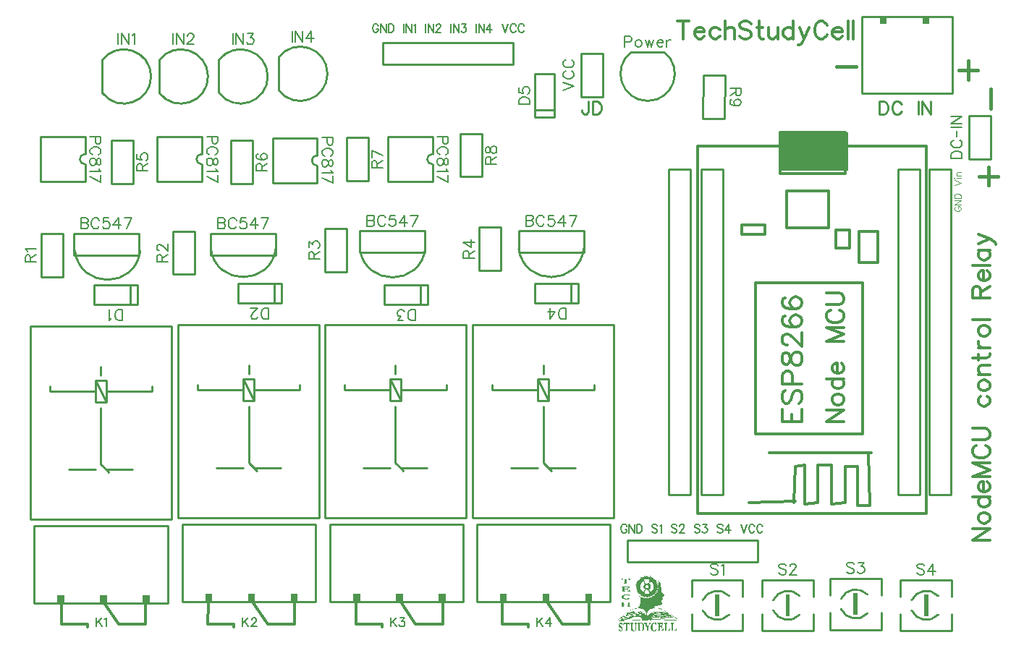
<source format=gbr>
G04 DipTrace 4.0.0.5*
G04 TopSilk.gbr*
%MOMM*%
G04 #@! TF.FileFunction,Legend,Top*
G04 #@! TF.Part,Single*
%ADD10C,0.25*%
%ADD19C,0.233*%
%ADD20C,0.333*%
%ADD21C,0.3333*%
%ADD70C,0.19608*%
%ADD71C,0.15686*%
%ADD72C,0.23529*%
%ADD73C,0.39216*%
%ADD74C,0.31373*%
%ADD75C,0.35294*%
%ADD76C,0.11765*%
%FSLAX35Y35*%
G04*
G71*
G90*
G75*
G01*
G04 TopSilk*
%LPD*%
X-6269423Y-4282377D2*
D10*
Y-4512377D1*
X-6779823D1*
X-6354220Y-4282377D2*
Y-4512377D1*
X-6779823Y-4282377D2*
Y-4512377D1*
X-6269423Y-4282377D2*
X-6779823D1*
X-4586673Y-4266500D2*
Y-4496500D1*
X-5097073D1*
X-4671470Y-4266500D2*
Y-4496500D1*
X-5097073Y-4266500D2*
Y-4496500D1*
X-4586673Y-4266500D2*
X-5097073D1*
X-2872177Y-4282373D2*
Y-4512373D1*
X-3382577D1*
X-2956973Y-4282373D2*
Y-4512373D1*
X-3382577Y-4282373D2*
Y-4512373D1*
X-2872177Y-4282373D2*
X-3382577D1*
X-1110050Y-4266500D2*
Y-4496500D1*
X-1620450D1*
X-1194847Y-4266500D2*
Y-4496500D1*
X-1620450Y-4266500D2*
Y-4496500D1*
X-1110050Y-4266500D2*
X-1620450D1*
X-1393127Y-2318950D2*
X-1623127D1*
Y-1808550D1*
X-1393127Y-2234153D2*
X-1623127D1*
X-1393127Y-1808550D2*
X-1623127D1*
X-1393127Y-2318950D2*
Y-1808550D1*
X3460737Y-2809903D2*
X3714750D1*
Y-2301843D1*
X3460737D1*
Y-2809903D1*
X3262750Y-1139873D2*
X2202750D1*
Y-2039873D1*
X3262750D1*
Y-1139873D1*
G36*
X2992343Y-1228073D2*
Y-1148063D1*
X2912633D1*
Y-1228073D1*
X2992343D1*
G37*
G36*
X2492660D2*
Y-1148063D1*
X2412843D1*
Y-1228073D1*
X2492660D1*
G37*
X-6683360Y-2031847D2*
D10*
Y-1651160D1*
X-6682790Y-2032607D2*
G03X-6682790Y-1650400I253482J191103D01*
G01*
X-6016607Y-2031847D2*
Y-1651160D1*
X-6016037Y-2032607D2*
G03X-6016037Y-1650400I253482J191103D01*
G01*
X-5318107Y-2031847D2*
Y-1651160D1*
X-5317537Y-2032607D2*
G03X-5317537Y-1650400I253482J191103D01*
G01*
X-4619607Y-2000097D2*
Y-1619410D1*
X-4619037Y-2000857D2*
G03X-4619037Y-1618650I253482J191103D01*
G01*
X-1873250Y-1444627D2*
X-3397250D1*
X-1873250Y-1698627D2*
X-3397250D1*
X-1873250Y-1444627D2*
Y-1698627D1*
X-3397250Y-1444627D2*
Y-1698627D1*
X2883190Y-2927067D2*
X2629190D1*
X2883190Y-6737067D2*
X2629190D1*
Y-6546567D1*
Y-2927067D1*
X2883190Y-6737067D2*
Y-2927067D1*
X200307D2*
X-53693D1*
X200307Y-6737067D2*
X-53693D1*
Y-6546567D1*
Y-2927067D1*
X200307Y-6737067D2*
Y-2927067D1*
X581303D2*
X327303D1*
X581303Y-6737067D2*
X327303D1*
Y-6546567D1*
Y-2927067D1*
X581303Y-6737067D2*
Y-2927067D1*
X-7477500Y-8004127D2*
X-5917500D1*
Y-7104127D1*
X-7477500D1*
Y-8004127D1*
G36*
X-7207153Y-7915927D2*
Y-7995937D1*
X-7127280D1*
Y-7915927D1*
X-7207153D1*
G37*
G36*
X-6707483D2*
Y-7995937D1*
X-6627613D1*
Y-7915927D1*
X-6707483D1*
G37*
G36*
X-6207660D2*
Y-7995937D1*
X-6127943D1*
Y-7915927D1*
X-6207660D1*
G37*
X-5747123Y-7988250D2*
D10*
X-4187123D1*
Y-7088250D1*
X-5747123D1*
Y-7988250D1*
G36*
X-5476777Y-7900050D2*
Y-7980060D1*
X-5396903D1*
Y-7900050D1*
X-5476777D1*
G37*
G36*
X-4977107D2*
Y-7980060D1*
X-4897237D1*
Y-7900050D1*
X-4977107D1*
G37*
G36*
X-4477283D2*
Y-7980060D1*
X-4397567D1*
Y-7900050D1*
X-4477283D1*
G37*
X-4016750Y-7988250D2*
D10*
X-2456750D1*
Y-7088250D1*
X-4016750D1*
Y-7988250D1*
G36*
X-3746403Y-7900050D2*
Y-7980060D1*
X-3666530D1*
Y-7900050D1*
X-3746403D1*
G37*
G36*
X-3246733D2*
Y-7980060D1*
X-3166863D1*
Y-7900050D1*
X-3246733D1*
G37*
G36*
X-2746910D2*
Y-7980060D1*
X-2667193D1*
Y-7900050D1*
X-2746910D1*
G37*
X-2302250Y-7988250D2*
D10*
X-742250D1*
Y-7088250D1*
X-2302250D1*
Y-7988250D1*
G36*
X-2031903Y-7900050D2*
Y-7980060D1*
X-1952030D1*
Y-7900050D1*
X-2031903D1*
G37*
G36*
X-1532233D2*
Y-7980060D1*
X-1452363D1*
Y-7900050D1*
X-1532233D1*
G37*
G36*
X-1032410D2*
Y-7980060D1*
X-952693D1*
Y-7900050D1*
X-1032410D1*
G37*
X984250Y-7270753D2*
D10*
X-539750D1*
X984250Y-7524753D2*
X-539750D1*
X984250Y-7270753D2*
Y-7524753D1*
X-539750Y-7270753D2*
Y-7524753D1*
X3248303Y-2927067D2*
X2994303D1*
X3248303Y-6737067D2*
X2994303D1*
Y-6546567D1*
Y-2927067D1*
X3248303Y-6737067D2*
Y-2927067D1*
X-5873750Y-4765677D2*
Y-7026277D1*
X-7524750D2*
X-5873750D1*
X-7524750D2*
Y-4765677D1*
X-5873750D2*
X-7524750D1*
X-6102413Y-5464203D2*
Y-5527723D1*
X-6635687D1*
Y-5400680D1*
X-6699250D1*
X-6762813D1*
Y-5654770D2*
X-6635687D1*
Y-5527723D1*
X-6762813Y-5400680D2*
Y-5527723D1*
X-7296087D1*
X-6762813D2*
Y-5654770D1*
X-7296087Y-5527723D2*
Y-5464203D1*
X-6762813Y-5400680D2*
X-6635687Y-5654770D1*
X-6699250Y-5718067D2*
Y-6378613D1*
X-6635687Y-6442137D1*
X-6325793D2*
X-6635687D1*
X-6762813D2*
X-7075183D1*
X-6635687D2*
X-6605307Y-6475143D1*
X-6699250Y-5235657D2*
Y-5337157D1*
X-4143373Y-4749797D2*
Y-7010397D1*
X-5794373D2*
X-4143373D1*
X-5794373D2*
Y-4749797D1*
X-4143373D2*
X-5794373D1*
X-4372037Y-5448323D2*
Y-5511843D1*
X-4905310D1*
Y-5384800D1*
X-4968873D1*
X-5032437D1*
Y-5638890D2*
X-4905310D1*
Y-5511843D1*
X-5032437Y-5384800D2*
Y-5511843D1*
X-5565710D1*
X-5032437D2*
Y-5638890D1*
X-5565710Y-5511843D2*
Y-5448323D1*
X-5032437Y-5384800D2*
X-4905310Y-5638890D1*
X-4968873Y-5702187D2*
Y-6362733D1*
X-4905310Y-6426257D1*
X-4595417D2*
X-4905310D1*
X-5032437D2*
X-5344807D1*
X-4905310D2*
X-4874930Y-6459263D1*
X-4968873Y-5219777D2*
Y-5321277D1*
X-2428873Y-4749797D2*
Y-7010397D1*
X-4079873D2*
X-2428873D1*
X-4079873D2*
Y-4749797D1*
X-2428873D2*
X-4079873D1*
X-2657537Y-5448323D2*
Y-5511843D1*
X-3190810D1*
Y-5384800D1*
X-3254373D1*
X-3317937D1*
Y-5638890D2*
X-3190810D1*
Y-5511843D1*
X-3317937Y-5384800D2*
Y-5511843D1*
X-3851210D1*
X-3317937D2*
Y-5638890D1*
X-3851210Y-5511843D2*
Y-5448323D1*
X-3317937Y-5384800D2*
X-3190810Y-5638890D1*
X-3254373Y-5702187D2*
Y-6362733D1*
X-3190810Y-6426257D1*
X-2880917D2*
X-3190810D1*
X-3317937D2*
X-3630307D1*
X-3190810D2*
X-3160430Y-6459263D1*
X-3254373Y-5219777D2*
Y-5321277D1*
X-698500Y-4749797D2*
Y-7010397D1*
X-2349500D2*
X-698500D1*
X-2349500D2*
Y-4749797D1*
X-698500D2*
X-2349500D1*
X-927163Y-5448323D2*
Y-5511843D1*
X-1460437D1*
Y-5384800D1*
X-1524000D1*
X-1587563D1*
Y-5638890D2*
X-1460437D1*
Y-5511843D1*
X-1587563Y-5384800D2*
Y-5511843D1*
X-2120837D1*
X-1587563D2*
Y-5638890D1*
X-2120837Y-5511843D2*
Y-5448323D1*
X-1587563Y-5384800D2*
X-1460437Y-5638890D1*
X-1524000Y-5702187D2*
Y-6362733D1*
X-1460437Y-6426257D1*
X-1150543D2*
X-1460437D1*
X-1587563D2*
X-1899933D1*
X-1460437D2*
X-1430057Y-6459263D1*
X-1524000Y-5219777D2*
Y-5321277D1*
X-491967Y-1555767D2*
X-111280D1*
X-492727Y-1556337D2*
G03X-110520Y-1556337I191103J-253482D01*
G01*
X-7397750Y-4190543D2*
Y-3683457D1*
X-7143750D2*
X-7397750D1*
X-7143750Y-4190543D2*
Y-3683457D1*
Y-4190543D2*
X-7397750D1*
X-5857873Y-4158793D2*
Y-3651707D1*
X-5603873D2*
X-5857873D1*
X-5603873Y-4158793D2*
Y-3651707D1*
Y-4158793D2*
X-5857873D1*
X-4079873Y-4127043D2*
Y-3619957D1*
X-3825873D2*
X-4079873D1*
X-3825873Y-4127043D2*
Y-3619957D1*
Y-4127043D2*
X-4079873D1*
X-2270123Y-4111170D2*
Y-3604083D1*
X-2016123D2*
X-2270123D1*
X-2016123Y-4111170D2*
Y-3604083D1*
Y-4111170D2*
X-2270123D1*
X-6572250Y-3095167D2*
Y-2588080D1*
X-6318250D2*
X-6572250D1*
X-6318250Y-3095167D2*
Y-2588080D1*
Y-3095167D2*
X-6572250D1*
X-5175250Y-3095170D2*
Y-2588083D1*
X-4921250D2*
X-5175250D1*
X-4921250Y-3095170D2*
Y-2588083D1*
Y-3095170D2*
X-5175250D1*
X-3825873Y-3063420D2*
Y-2556333D1*
X-3571873D2*
X-3825873D1*
X-3571873Y-3063420D2*
Y-2556333D1*
Y-3063420D2*
X-3825873D1*
X-2492373Y-3015793D2*
Y-2508707D1*
X-2238373D2*
X-2492373D1*
X-2238373Y-3015793D2*
Y-2508707D1*
Y-3015793D2*
X-2492373D1*
X606457Y-1827715D2*
X600023Y-2334761D1*
X346043Y-2331538D2*
X600023Y-2334761D1*
X352477Y-1824492D2*
X346043Y-2331538D1*
X352477Y-1824492D2*
X606457Y-1827715D1*
X651987Y-8142730D2*
G02X341983Y-8092750I-138208J129153D01*
G01*
X651987Y-7922770D2*
G03X341983Y-7972750I-138208J-129153D01*
G01*
G36*
X537013Y-8157730D2*
Y-7907770D1*
X486987D1*
Y-8157730D1*
X537013D1*
G37*
X811970Y-8132770D2*
D10*
Y-8332750D1*
X212030D1*
Y-8132770D1*
Y-7932730D2*
Y-7732750D1*
X811970D1*
Y-7932730D1*
X1477487Y-8142730D2*
G02X1167483Y-8092750I-138208J129153D01*
G01*
X1477487Y-7922770D2*
G03X1167483Y-7972750I-138208J-129153D01*
G01*
G36*
X1362513Y-8157730D2*
Y-7907770D1*
X1312487D1*
Y-8157730D1*
X1362513D1*
G37*
X1637470Y-8132770D2*
D10*
Y-8332750D1*
X1037530D1*
Y-8132770D1*
Y-7932730D2*
Y-7732750D1*
X1637470D1*
Y-7932730D1*
X2271237Y-8126853D2*
G02X1961233Y-8076873I-138208J129153D01*
G01*
X2271237Y-7906893D2*
G03X1961233Y-7956873I-138208J-129153D01*
G01*
G36*
X2156263Y-8141853D2*
Y-7891893D1*
X2106237D1*
Y-8141853D1*
X2156263D1*
G37*
X2431220Y-8116893D2*
D10*
Y-8316873D1*
X1831280D1*
Y-8116893D1*
Y-7916853D2*
Y-7716873D1*
X2431220D1*
Y-7916853D1*
X3096737Y-8142730D2*
G02X2786733Y-8092750I-138208J129153D01*
G01*
X3096737Y-7922770D2*
G03X2786733Y-7972750I-138208J-129153D01*
G01*
G36*
X2981763Y-8157730D2*
Y-7907770D1*
X2931737D1*
Y-8157730D1*
X2981763D1*
G37*
X3256720Y-8132770D2*
D10*
Y-8332750D1*
X2656780D1*
Y-8132770D1*
Y-7932730D2*
Y-7732750D1*
X3256720D1*
Y-7932730D1*
X-7016750Y-3937000D2*
Y-3683000D1*
X-6254750D1*
Y-3937000D2*
Y-3683000D1*
X-7016750Y-3937000D2*
X-6254750D1*
X-5413373D2*
Y-3683000D1*
X-4651373D1*
Y-3937000D2*
Y-3683000D1*
X-5413373Y-3937000D2*
X-4651373D1*
X-3667123Y-3905250D2*
Y-3651250D1*
X-2905123D1*
Y-3905250D2*
Y-3651250D1*
X-3667123Y-3905250D2*
X-2905123D1*
X-1809750D2*
Y-3651250D1*
X-1047750D1*
Y-3905250D2*
Y-3651250D1*
X-1809750Y-3905250D2*
X-1047750D1*
X-1079513Y-2079657D2*
X-825500D1*
Y-1571597D1*
X-1079513D1*
Y-2079657D1*
X-6883750Y-2549863D2*
X-7403750D1*
Y-3069883D1*
X-6883750D1*
Y-2869883D1*
Y-2749863D2*
Y-2549863D1*
Y-2749863D2*
G03X-6883750Y-2869883I3J-60010D01*
G01*
X-5518500Y-2549863D2*
X-6038500D1*
Y-3069883D1*
X-5518500D1*
Y-2869883D1*
Y-2749863D2*
Y-2549863D1*
Y-2749863D2*
G03X-5518500Y-2869883I3J-60010D01*
G01*
X-4169127Y-2565740D2*
X-4689127D1*
Y-3085760D1*
X-4169127D1*
Y-2885760D1*
Y-2765740D2*
Y-2565740D1*
Y-2765740D2*
G03X-4169127Y-2885760I3J-60010D01*
G01*
X-2819750Y-2549867D2*
X-3339750D1*
Y-3069887D1*
X-2819750D1*
Y-2869887D1*
Y-2749867D2*
Y-2549867D1*
Y-2749867D2*
G03X-2819750Y-2869887I3J-60010D01*
G01*
X-1809750Y-3857627D2*
D19*
G03X-1047017Y-3851933I381000J52001D01*
G01*
X-7000877Y-3889373D2*
G03X-6238143Y-3883687I381000J51998D01*
G01*
X-5413373Y-3857623D2*
G03X-4650640Y-3851937I381000J51998D01*
G01*
X-3670300Y-3858057D2*
G03X-2901210Y-3852320I384175J52429D01*
G01*
X-7159030Y-8011813D2*
D20*
X-7159623Y-8255003D1*
X-6856333D1*
Y-8286797D1*
X-6175567Y-7980063D2*
X-6175373Y-8255000D1*
X-6492873D1*
X-6675237Y-7980063D1*
X-4429317D2*
X-4429123Y-8254997D1*
X-4746623D1*
X-4928987Y-7980063D1*
X-5444530Y-8011813D2*
X-5445123Y-8255003D1*
X-5141833D1*
Y-8286797D1*
X-2698943Y-7980063D2*
X-2698750Y-8254997D1*
X-3016250D1*
X-3198613Y-7980063D1*
X-3714157Y-8011813D2*
X-3714750Y-8255003D1*
X-3411460D1*
Y-8286797D1*
X-984443Y-7980063D2*
X-984250Y-8254997D1*
X-1301750D1*
X-1484113Y-7980063D1*
X-1999657Y-8011813D2*
X-2000250Y-8255003D1*
X-1696960D1*
Y-8286797D1*
X279690Y-2657190D2*
D21*
X2962563D1*
Y-6959313D1*
X279690D1*
Y-2657190D1*
X1248060Y-2498440D2*
X2010060D1*
Y-2974687D1*
X1248060D1*
Y-2498440D1*
X962310Y-4260560D2*
X2216433D1*
Y-6022687D1*
X962310D1*
Y-4260560D1*
X1121060Y-6244927D2*
X2311683D1*
X2279933D2*
X2295807Y-6864063D1*
X2152933D1*
Y-6403687D1*
X2010060D1*
Y-6832313D1*
X1851310Y-6848193D1*
Y-6387817D1*
X1692567D1*
Y-6832313D1*
X1533807Y-6848193D1*
Y-6387817D1*
X1422683Y-6403687D1*
X1406813Y-6832313D1*
X1422683Y-6816437D2*
X882937Y-6832313D1*
X2168813Y-3657313D2*
X2391067D1*
Y-4022437D1*
X2168813D1*
Y-3657313D1*
X1327433Y-3181067D2*
X1819560D1*
Y-3609683D1*
X1327433D1*
Y-3181067D1*
X1898940Y-3641437D2*
X2057683D1*
Y-3847807D1*
X1898940D1*
Y-3641437D1*
X803567Y-3577940D2*
X1073440D1*
Y-3689063D1*
X803567D1*
Y-3577940D1*
G36*
X1263940Y-2498440D2*
X2041810D1*
Y-2942937D1*
X1263940D1*
Y-2498440D1*
G37*
G36*
X-334612Y-8180122D2*
X-335415Y-8183854D1*
X-337960Y-8186740D1*
X-339590Y-8186214D1*
X-341629Y-8182730D1*
X-340939Y-8180122D1*
X-344102D1*
X-344905Y-8183854D1*
X-347450Y-8186740D1*
X-349080Y-8186214D1*
X-351119Y-8182730D1*
X-350428Y-8180122D1*
X-375734D1*
Y-8183285D1*
X-372571Y-8186449D1*
X-347265D1*
X-344903Y-8184417D1*
X-343264Y-8184602D1*
X-340939Y-8186449D1*
X-325122D1*
X-322760Y-8184417D1*
X-321160Y-8184682D1*
X-319452Y-8187401D1*
X-319667Y-8190283D1*
X-322134Y-8193065D1*
X-323779Y-8192539D1*
X-325812Y-8189057D1*
X-325122Y-8186449D1*
X-340939D1*
Y-8189612D1*
X-337775D1*
X-335413Y-8187580D1*
X-333851Y-8187904D1*
X-332836Y-8191039D1*
X-334679Y-8193044D1*
X-336488Y-8192521D1*
X-337775Y-8189612D1*
X-340939D1*
X-344293Y-8193047D1*
X-345923Y-8192540D1*
X-347954Y-8189058D1*
X-347265Y-8186449D1*
X-372571D1*
Y-8192775D1*
X-280837D1*
X-278475Y-8190744D1*
X-276913Y-8191067D1*
X-275898Y-8194202D1*
X-277741Y-8196207D1*
X-279550Y-8195684D1*
X-280837Y-8192775D1*
X-372571D1*
X-369408Y-8195938D1*
X-344102D1*
X-341739Y-8193907D1*
X-340177Y-8194230D1*
X-339162Y-8197366D1*
X-341006Y-8199370D1*
X-342815Y-8198847D1*
X-344102Y-8195938D1*
X-369408D1*
Y-8199102D1*
X-325122D1*
X-322760Y-8197070D1*
X-321198Y-8197393D1*
X-320183Y-8200529D1*
X-322026Y-8202534D1*
X-323835Y-8202010D1*
X-325122Y-8199102D1*
X-369408D1*
Y-8202265D1*
X-340939D1*
X-338576Y-8200233D1*
X-337014Y-8200557D1*
X-335999Y-8203692D1*
X-337842Y-8205697D1*
X-339651Y-8205174D1*
X-340939Y-8202265D1*
X-369408D1*
X-372571Y-8205428D1*
X-274511D1*
X-271125Y-8203539D1*
X-268503Y-8204026D1*
X-267036Y-8207474D1*
X-269158Y-8208756D1*
X-272526Y-8208322D1*
X-274511Y-8205428D1*
X-372571D1*
Y-8208591D1*
X-299817D1*
X-290327Y-8205428D1*
X-280837D1*
X-271348Y-8208591D1*
X-280837Y-8211754D1*
X-290327D1*
X-299817Y-8208591D1*
X-372571D1*
X-369408Y-8211754D1*
X-356755Y-8214918D1*
X-271348D1*
X-265021Y-8211754D1*
X-255532Y-8205428D1*
X-252368Y-8202265D1*
X-226008Y-8199102D1*
X-199648D1*
X-173288Y-8202265D1*
X-30943Y-8208591D1*
X44974D1*
X38648Y-8205428D1*
X-106860Y-8199102D1*
X-258695D1*
X-262049Y-8202537D1*
X-263684Y-8202030D1*
X-266455Y-8197440D1*
X-262816Y-8196670D1*
X-261041Y-8197138D1*
X-258695Y-8199102D1*
X-106860D1*
X-182778Y-8195938D1*
X-252368D1*
X-256225Y-8199239D1*
X-259883Y-8198830D1*
X-261858Y-8195938D1*
X-277674D1*
Y-8199102D1*
X-282946Y-8202265D1*
X-288218D1*
X-293490Y-8199102D1*
X-284001Y-8195938D1*
X-281638Y-8193907D1*
X-279999Y-8194092D1*
X-277674Y-8195938D1*
X-261858D1*
X-255532Y-8189612D1*
X-271348D1*
X-274702Y-8193047D1*
X-276336Y-8192540D1*
X-279108Y-8187950D1*
X-275469Y-8187180D1*
X-273694Y-8187648D1*
X-271348Y-8189612D1*
X-255532D1*
X-252368Y-8186449D1*
X-268185D1*
X-271539Y-8189884D1*
X-273173Y-8189377D1*
X-275945Y-8184787D1*
X-272306Y-8184017D1*
X-270531Y-8184485D1*
X-268185Y-8186449D1*
X-252368D1*
X-246042Y-8183285D1*
X-265021D1*
X-268375Y-8186721D1*
X-270010Y-8186214D1*
X-272782Y-8181623D1*
X-269143Y-8180854D1*
X-267367Y-8181322D1*
X-265021Y-8183285D1*
X-246042D1*
X-242879Y-8180122D1*
X-249205D1*
X-252559Y-8183558D1*
X-254197Y-8183044D1*
X-255532Y-8180122D1*
X-261858D1*
X-265212Y-8183558D1*
X-266847Y-8183050D1*
X-269618Y-8178460D1*
X-265979Y-8177690D1*
X-264204Y-8178159D1*
X-261858Y-8180122D1*
X-255532D1*
X-253169Y-8178091D1*
X-251530Y-8178276D1*
X-249205Y-8180122D1*
X-242879D1*
X-236552Y-8176959D1*
X-258695D1*
X-262049Y-8180395D1*
X-263684Y-8179887D1*
X-266455Y-8175297D1*
X-262816Y-8174527D1*
X-261041Y-8174996D1*
X-258695Y-8176959D1*
X-236552D1*
X-217573Y-8173796D1*
X-198594D1*
X-160635Y-8180122D1*
X-144819Y-8183285D1*
X-119513Y-8189612D1*
X-100534Y-8192775D1*
X-75228Y-8195938D1*
X19668D1*
X13342Y-8192775D1*
X-78391Y-8189612D1*
X-106860Y-8186449D1*
X-122677Y-8183285D1*
X-135329Y-8180122D1*
X-163798Y-8173796D1*
X-252368D1*
X-256225Y-8177097D1*
X-259883Y-8176688D1*
X-261858Y-8173796D1*
X-268185D1*
X-271539Y-8177231D1*
X-273173Y-8176724D1*
X-275945Y-8172134D1*
X-272306Y-8171364D1*
X-270531Y-8171832D1*
X-268185Y-8173796D1*
X-261858D1*
X-258472Y-8171907D1*
X-255726Y-8172110D1*
X-252368Y-8173796D1*
X-163798D1*
Y-8170633D1*
X-246042D1*
X-249899Y-8173934D1*
X-252921Y-8173678D1*
X-256527Y-8169598D1*
X-246042Y-8164306D1*
X-241825Y-8161143D1*
X-237607D1*
X-233389Y-8164306D1*
X-157472D1*
X-154086Y-8162417D1*
X-151464Y-8162904D1*
X-149997Y-8166352D1*
X-152119Y-8167634D1*
X-155487Y-8167200D1*
X-157472Y-8164306D1*
X-233389D1*
X-239716Y-8167469D1*
X-106860D1*
X-102643Y-8164306D1*
X-98425D1*
X-94208Y-8167469D1*
X-98425Y-8170633D1*
X-102643D1*
X-106860Y-8167469D1*
X-239716D1*
X-246042Y-8170633D1*
X-163798D1*
X-161436Y-8168601D1*
X-159797Y-8168786D1*
X-157472Y-8170633D1*
X-68902D1*
X-66540Y-8168601D1*
X-64977Y-8168924D1*
X-63962Y-8172060D1*
X-65806Y-8174065D1*
X-67615Y-8173541D1*
X-68902Y-8170633D1*
X-157472D1*
X-138493Y-8173796D1*
X-56249D1*
X-48868Y-8170633D1*
X-41487D1*
X-34106Y-8173796D1*
X-41487Y-8176959D1*
X-48868D1*
X-56249Y-8173796D1*
X-138493D1*
X-116350Y-8176959D1*
X-81555Y-8180122D1*
X-2474D1*
X689Y-8176959D1*
Y-8173796D1*
X-11964Y-8167469D1*
X-19345Y-8170633D1*
X-26726D1*
X-34106Y-8167469D1*
X-62575Y-8164306D1*
X-50977Y-8161143D1*
X-39379D1*
X-27780Y-8164306D1*
X-11964Y-8167469D1*
Y-8164306D1*
X-18290Y-8161143D1*
X-59412D1*
X-69956Y-8164306D1*
X-80500D1*
X-91044Y-8161143D1*
X-214410D1*
X-219682Y-8164306D1*
X-224954D1*
X-230226Y-8161143D1*
X-224954Y-8157980D1*
X-219682D1*
X-214410Y-8161143D1*
X-91044D1*
X-80500Y-8157980D1*
X-69956D1*
X-59412Y-8161143D1*
X-18290D1*
X-27780Y-8157980D1*
X-97371D1*
X-134275Y-8161143D1*
X-171179D1*
X-208083Y-8157980D1*
X-171179Y-8154816D1*
X-134275D1*
X-97371Y-8157980D1*
X-27780D1*
Y-8154816D1*
X-227063D1*
X-233389Y-8157980D1*
X-239716D1*
X-246042Y-8154816D1*
X-233389Y-8151653D1*
X-223899Y-8148490D1*
X-214410D1*
X-204920Y-8151653D1*
X-227063Y-8154816D1*
X-27780D1*
X-40433Y-8151653D1*
X-30943Y-8148490D1*
X-40433D1*
X-48868Y-8151653D1*
X-57303D1*
X-65739Y-8148490D1*
X-154309D1*
X-164853Y-8151653D1*
X-175397D1*
X-185941Y-8148490D1*
X-175397Y-8145327D1*
X-164853D1*
X-154309Y-8148490D1*
X-65739D1*
X-57303Y-8145327D1*
X-48868D1*
X-40433Y-8148490D1*
X-30943D1*
X-34106Y-8145327D1*
X-81555D1*
X-88935Y-8148490D1*
X-96316D1*
X-103697Y-8145327D1*
X-242879D1*
X-246736Y-8148628D1*
X-249758Y-8148372D1*
X-253364Y-8144293D1*
X-249124Y-8143053D1*
X-246254Y-8143510D1*
X-242879Y-8145327D1*
X-103697D1*
X-96316Y-8142164D1*
X-88935D1*
X-81555Y-8145327D1*
X-34106D1*
X-30727Y-8143215D1*
X-27780Y-8142164D1*
X-18290Y-8151653D1*
X-8801Y-8157980D1*
X3852Y-8167469D1*
X19668Y-8176959D1*
X29158Y-8183285D1*
X51300Y-8195938D1*
X57627Y-8199102D1*
X51300Y-8192775D1*
X41811Y-8186449D1*
X29158Y-8176959D1*
X13342Y-8167469D1*
X3852Y-8161143D1*
X-8801Y-8151653D1*
X-27780Y-8139000D1*
X-34106Y-8135837D1*
Y-8139000D1*
X-32062Y-8143282D1*
X-35278Y-8145534D1*
X-38398Y-8145066D1*
X-40433Y-8142164D1*
X-233389D1*
X-237246Y-8145465D1*
X-240268Y-8145209D1*
X-243874Y-8141130D1*
X-239634Y-8139890D1*
X-236764Y-8140346D1*
X-233389Y-8142164D1*
X-40433D1*
X-49923Y-8139000D1*
X-75228D1*
X-81555Y-8142164D1*
X-87881D1*
X-94208Y-8139000D1*
X-87881Y-8135837D1*
X-81555D1*
X-75228Y-8139000D1*
X-49923D1*
X-53086Y-8135837D1*
X-100534D1*
X-211247Y-8139000D1*
X-218627Y-8142164D1*
X-226008D1*
X-233389Y-8139000D1*
X-217573Y-8135837D1*
X-255532D1*
X-258886Y-8139273D1*
X-260520Y-8138765D1*
X-263292Y-8134175D1*
X-259653Y-8133405D1*
X-257878Y-8133874D1*
X-255532Y-8135837D1*
X-217573D1*
X-182778Y-8132674D1*
X-246042D1*
X-249899Y-8135975D1*
X-252921Y-8135719D1*
X-256527Y-8131640D1*
X-252287Y-8130400D1*
X-249417Y-8130857D1*
X-246042Y-8132674D1*
X-182778D1*
X-169070Y-8129511D1*
X-155363D1*
X-141656Y-8132674D1*
X-100534Y-8135837D1*
X-53086D1*
X-56249Y-8129511D1*
X-59603Y-8132946D1*
X-61241Y-8132433D1*
X-62575Y-8129511D1*
X-236552D1*
X-239906Y-8132946D1*
X-241541Y-8132439D1*
X-244313Y-8127849D1*
X-240674Y-8127079D1*
X-238899Y-8127547D1*
X-236552Y-8129511D1*
X-62575D1*
X-60213Y-8127479D1*
X-58574Y-8127664D1*
X-56249Y-8129511D1*
Y-8126347D1*
X-223899D1*
X-227253Y-8129783D1*
X-228888Y-8129276D1*
X-231660Y-8124686D1*
X-228021Y-8123916D1*
X-226246Y-8124384D1*
X-223899Y-8126347D1*
X-56249D1*
X-59412Y-8123184D1*
X-78391D1*
X-85772Y-8126347D1*
X-93153D1*
X-100534Y-8123184D1*
X-157472D1*
X-174342Y-8126347D1*
X-191213D1*
X-208083Y-8123184D1*
X-191213Y-8120021D1*
X-174342D1*
X-157472Y-8123184D1*
X-100534D1*
X-138493Y-8120021D1*
X-173288Y-8116858D1*
X-155363Y-8113695D1*
X-137438D1*
X-119513Y-8116858D1*
X-78391Y-8123184D1*
X-59412D1*
X-62575Y-8116858D1*
X-68902D1*
X-72759Y-8120159D1*
X-75781Y-8119903D1*
X-79387Y-8115824D1*
X-75147Y-8114584D1*
X-72277Y-8115041D1*
X-68902Y-8116858D1*
X-62575D1*
X-78391Y-8107368D1*
X-87881Y-8101042D1*
X-103697Y-8091552D1*
X-113187Y-8088389D1*
X-116350D1*
X-87881Y-8107368D1*
X-75228Y-8113695D1*
X-81555Y-8116858D1*
X-87881D1*
X-94208Y-8113695D1*
X-116350Y-8110531D1*
X-227063D1*
X-242879Y-8113695D1*
X-252368Y-8116858D1*
X-227063D1*
X-216519Y-8113695D1*
X-205974D1*
X-195431Y-8116858D1*
X-205974Y-8120021D1*
X-216519D1*
X-227063Y-8116858D1*
X-252368D1*
X-258695Y-8120021D1*
X-242879D1*
X-236552Y-8116858D1*
X-230226D1*
X-223899Y-8120021D1*
X-230226Y-8123184D1*
X-236552D1*
X-242879Y-8120021D1*
X-258695D1*
X-265021Y-8123184D1*
X-252368D1*
X-248151Y-8120021D1*
X-243933D1*
X-239716Y-8123184D1*
X-243933Y-8126347D1*
X-248151D1*
X-252368Y-8123184D1*
X-265021D1*
X-271348Y-8126347D1*
X-261858D1*
X-258472Y-8124459D1*
X-255850Y-8124946D1*
X-254383Y-8128394D1*
X-256505Y-8129675D1*
X-259873Y-8129242D1*
X-261858Y-8126347D1*
X-271348D1*
X-277674Y-8129511D1*
X-268185D1*
X-264799Y-8127622D1*
X-262177Y-8128109D1*
X-260710Y-8131557D1*
X-262831Y-8132838D1*
X-266200Y-8132405D1*
X-268185Y-8129511D1*
X-277674D1*
X-280837Y-8132674D1*
X-271348D1*
X-268985Y-8130642D1*
X-267423Y-8130966D1*
X-266408Y-8134101D1*
X-268252Y-8136106D1*
X-270061Y-8135583D1*
X-271348Y-8132674D1*
X-280837D1*
X-284001Y-8135837D1*
X-277674D1*
X-275312Y-8133806D1*
X-273750Y-8134129D1*
X-272735Y-8137264D1*
X-274578Y-8139269D1*
X-276387Y-8138746D1*
X-277674Y-8135837D1*
X-284001D1*
X-287164Y-8139000D1*
X-268185D1*
X-265822Y-8136969D1*
X-264260Y-8137292D1*
X-263245Y-8140428D1*
X-265088Y-8142432D1*
X-266897Y-8141909D1*
X-268185Y-8139000D1*
X-287164D1*
X-293490Y-8145327D1*
X-280837D1*
X-278475Y-8143295D1*
X-276913Y-8143619D1*
X-275898Y-8146754D1*
X-277741Y-8148759D1*
X-279550Y-8148236D1*
X-280837Y-8145327D1*
X-293490D1*
X-296654Y-8148490D1*
X-261858D1*
X-258472Y-8146601D1*
X-255850Y-8147088D1*
X-254383Y-8150536D1*
X-256505Y-8151818D1*
X-259873Y-8151384D1*
X-261858Y-8148490D1*
X-296654D1*
X-299817Y-8151653D1*
X-265021D1*
X-262659Y-8149622D1*
X-261097Y-8149945D1*
X-260082Y-8153080D1*
X-261925Y-8155085D1*
X-263734Y-8154562D1*
X-265021Y-8151653D1*
X-299817D1*
X-302980Y-8154816D1*
X-271348D1*
X-268985Y-8152785D1*
X-267423Y-8153108D1*
X-266408Y-8156244D1*
X-268252Y-8158249D1*
X-270061Y-8157725D1*
X-271348Y-8154816D1*
X-302980D1*
Y-8157980D1*
X-255532D1*
X-251314Y-8154816D1*
X-247096D1*
X-242879Y-8157980D1*
X-261858Y-8167469D1*
X-268375Y-8174068D1*
X-270006Y-8173561D1*
X-272070Y-8170026D1*
X-270964Y-8168097D1*
X-268185Y-8164306D1*
X-255532Y-8157980D1*
X-302980D1*
X-306143Y-8161143D1*
X-306946Y-8164875D1*
X-309491Y-8167761D1*
X-311129Y-8167228D1*
X-312470Y-8164306D1*
X-344102D1*
X-347456Y-8167742D1*
X-349086Y-8167235D1*
X-351143Y-8163714D1*
X-350118Y-8161610D1*
X-348002Y-8159218D1*
X-346455Y-8159405D1*
X-344666Y-8161993D1*
X-344102Y-8164306D1*
X-312470D1*
Y-8157980D1*
X-347265D1*
X-350619Y-8161415D1*
X-352254Y-8160908D1*
X-355025Y-8156318D1*
X-351386Y-8155548D1*
X-349611Y-8156016D1*
X-347265Y-8157980D1*
X-312470D1*
Y-8154816D1*
X-350428D1*
X-353782Y-8158252D1*
X-355417Y-8157745D1*
X-358189Y-8153155D1*
X-354550Y-8152385D1*
X-352774Y-8152853D1*
X-350428Y-8154816D1*
X-312470D1*
X-309306Y-8126347D1*
X-306143Y-8120021D1*
X-302980Y-8110531D1*
X-299817Y-8104205D1*
Y-8101042D1*
X-284001Y-8085226D1*
X-265021Y-8075736D1*
X-255532Y-8072573D1*
X-223899Y-8066246D1*
X-208083D1*
X-192267Y-8069410D1*
X-132166Y-8082062D1*
X-129003D1*
X-132166Y-8078899D1*
X-160635Y-8069410D1*
X-173288Y-8066246D1*
X-201757Y-8063083D1*
X-227063Y-8059920D1*
X-226448Y-8057677D1*
X-223899Y-8053593D1*
Y-8050430D1*
X-217573Y-8044104D1*
X-211247Y-8040941D1*
X-201757Y-8037777D1*
X-173288Y-8034614D1*
X-154309Y-8031451D1*
X-141656Y-8025124D1*
X-135329Y-8018798D1*
X-132166Y-8006145D1*
X-135329Y-7999819D1*
X-138493Y-7996655D1*
Y-7977676D1*
X-132166Y-7974513D1*
X-129003Y-7971350D1*
X-132166Y-7968186D1*
Y-7961860D1*
X-125840Y-7955534D1*
Y-7949207D1*
X-129003Y-7946044D1*
Y-7936554D1*
X-122677Y-7933391D1*
X-106860Y-7923901D1*
Y-7914412D1*
X-110024Y-7908085D1*
X-129003Y-7885943D1*
X-135329Y-7879616D1*
X-192267D1*
X-195621Y-7883052D1*
X-197259Y-7882538D1*
X-198594Y-7879616D1*
X-204920Y-7873290D1*
Y-7870127D1*
X-198594Y-7866963D1*
X-192267D1*
X-185941Y-7870127D1*
X-192267Y-7876453D1*
Y-7879616D1*
X-135329D1*
Y-7876453D1*
X-138493Y-7870127D1*
X-141656Y-7866963D1*
X-258695D1*
X-265021Y-7873290D1*
X-268185D1*
X-274511Y-7866963D1*
Y-7863800D1*
X-277674Y-7854311D1*
X-280837Y-7851147D1*
Y-7844821D1*
X-274511Y-7838494D1*
X-268185Y-7825842D1*
X-265021Y-7816352D1*
Y-7810025D1*
X-268185Y-7797373D1*
X-271348Y-7791046D1*
X-280837Y-7775230D1*
X-280222Y-7772988D1*
X-277674Y-7768904D1*
X-271348Y-7756251D1*
X-270831Y-7753804D1*
X-268891Y-7751211D1*
X-267332Y-7751286D1*
X-265021Y-7753088D1*
X-258695Y-7756251D1*
X-246042Y-7768904D1*
Y-7772067D1*
X-239716Y-7781556D1*
X-236552Y-7791046D1*
X-233389Y-7794209D1*
Y-7832168D1*
X-236552Y-7835331D1*
X-242879Y-7847984D1*
X-249205Y-7857474D1*
X-250245Y-7861311D1*
X-252368Y-7863800D1*
X-258695Y-7866963D1*
X-141656D1*
Y-7863800D1*
X-182778D1*
X-186132Y-7867236D1*
X-187762Y-7866729D1*
X-189793Y-7863246D1*
X-189104Y-7860637D1*
X-195431Y-7857474D1*
Y-7851147D1*
X-190158Y-7847984D1*
X-184887D1*
X-179614Y-7851147D1*
X-180654Y-7854985D1*
X-182778Y-7857474D1*
Y-7863800D1*
X-141656D1*
Y-7847984D1*
X-176451D1*
X-179805Y-7851420D1*
X-181443Y-7850906D1*
X-182778Y-7847984D1*
Y-7841658D1*
X-189104Y-7835331D1*
Y-7829005D1*
X-179614Y-7825842D1*
X-177252Y-7823810D1*
X-175613Y-7823995D1*
X-173288Y-7825842D1*
Y-7838494D1*
X-176451Y-7841658D1*
Y-7847984D1*
X-141656D1*
Y-7825842D1*
X-144819Y-7803699D1*
X-151145Y-7778393D1*
X-160635Y-7759414D1*
X-166962Y-7749924D1*
X-189104Y-7727782D1*
X-182778Y-7740435D1*
X-176451Y-7759414D1*
X-173288Y-7775230D1*
X-170125Y-7778393D1*
Y-7822678D1*
X-173479Y-7826114D1*
X-175117Y-7825600D1*
X-176451Y-7822678D1*
X-179614Y-7819515D1*
X-185941Y-7816352D1*
X-189692Y-7812796D1*
X-189104Y-7810025D1*
X-176451Y-7803699D1*
Y-7800536D1*
X-179614Y-7797373D1*
X-189104Y-7794209D1*
X-193386Y-7789928D1*
X-189104Y-7787883D1*
X-182778Y-7784720D1*
X-179614Y-7781556D1*
X-182778Y-7778393D1*
X-195431Y-7775230D1*
Y-7768904D1*
X-189104Y-7762577D1*
Y-7759414D1*
X-201757Y-7756251D1*
X-205508Y-7752695D1*
X-204920Y-7749924D1*
X-198594Y-7743598D1*
Y-7740435D1*
X-217573Y-7737271D1*
X-216958Y-7735029D1*
X-214410Y-7730945D1*
Y-7721455D1*
X-220736Y-7724619D1*
X-224593Y-7727920D1*
X-227063Y-7727782D1*
X-233389Y-7721455D1*
X-232774Y-7719213D1*
X-230226Y-7715129D1*
Y-7708802D1*
X-233389D1*
X-239716Y-7711966D1*
X-243070Y-7715401D1*
X-244707Y-7714888D1*
X-246042Y-7711966D1*
X-249205Y-7699313D1*
X-255532D1*
X-262049Y-7705912D1*
X-263687Y-7705398D1*
X-265021Y-7702476D1*
X-268185Y-7692986D1*
X-271348Y-7689823D1*
X-274511D1*
Y-7692986D1*
X-280837Y-7699313D1*
X-284001D1*
X-290327Y-7692986D1*
Y-7686660D1*
X-293490Y-7683497D1*
X-296654Y-7686660D1*
Y-7689823D1*
X-302980Y-7696150D1*
X-307638Y-7695831D1*
X-310259Y-7692266D1*
X-309306Y-7689823D1*
X-312470Y-7683497D1*
X-315633D1*
X-318796Y-7686660D1*
Y-7692986D1*
X-323014Y-7696150D1*
X-327231D1*
X-331449Y-7692986D1*
X-335200Y-7689430D1*
X-334612Y-7686660D1*
X-337775D1*
X-340939Y-7689823D1*
X-344102Y-7699313D1*
X-347456Y-7702748D1*
X-349094Y-7702235D1*
X-350428Y-7699313D1*
X-356755Y-7692986D1*
X-359918D1*
Y-7705639D1*
X-364135Y-7708802D1*
X-368353D1*
X-372571Y-7705639D1*
X-375734Y-7702476D1*
X-378897D1*
X-382060Y-7705639D1*
X-378897Y-7708802D1*
Y-7715129D1*
X-384169Y-7718292D1*
X-389441D1*
X-394713Y-7715129D1*
X-397876D1*
Y-7724619D1*
X-394713Y-7727782D1*
X-325122D1*
X-314579Y-7724619D1*
X-304034D1*
X-293490Y-7727782D1*
X-280837Y-7730945D1*
X-278444Y-7735199D1*
X-278761Y-7738049D1*
X-280837Y-7740435D1*
X-287164Y-7759414D1*
X-293490Y-7772067D1*
X-315633Y-7778393D1*
X-319490Y-7781694D1*
X-323157Y-7781289D1*
X-326155Y-7777627D1*
X-325122Y-7775230D1*
X-331449Y-7762577D1*
X-334612Y-7753088D1*
X-340939Y-7740435D1*
X-344690Y-7736879D1*
X-343713Y-7734766D1*
X-340939Y-7730945D1*
X-325122Y-7727782D1*
X-394713D1*
X-401040Y-7734108D1*
X-405676Y-7733787D1*
X-407366Y-7730945D1*
X-413693D1*
Y-7737271D1*
X-407366Y-7743598D1*
X-410529Y-7746761D1*
X-426345Y-7749924D1*
Y-7753088D1*
X-353591D1*
X-351229Y-7751056D1*
X-349629Y-7751321D1*
X-347829Y-7753937D1*
X-347265Y-7756251D1*
X-344102Y-7762577D1*
X-340939Y-7772067D1*
X-337775Y-7775230D1*
Y-7781556D1*
X-344102Y-7787883D1*
X-347265Y-7794209D1*
Y-7797373D1*
X-318796D1*
X-312470Y-7794209D1*
X-306143D1*
X-299817Y-7797373D1*
X-290327Y-7806862D1*
Y-7822678D1*
X-293490Y-7825842D1*
X-306143Y-7832168D1*
X-312470D1*
X-318796Y-7829005D1*
X-328286Y-7819515D1*
Y-7806862D1*
X-318796Y-7797373D1*
X-347265D1*
X-350428Y-7800536D1*
Y-7822678D1*
X-344102Y-7835331D1*
X-337775Y-7841658D1*
Y-7851147D1*
X-340939Y-7854311D1*
X-344102Y-7860637D1*
Y-7866963D1*
X-350428Y-7873290D1*
X-353591D1*
X-359918Y-7866963D1*
X-366244Y-7863800D1*
X-369996Y-7860244D1*
X-369408Y-7857474D1*
X-375734Y-7847984D1*
X-382060Y-7835331D1*
X-385224Y-7813189D1*
Y-7794209D1*
X-382060Y-7791046D1*
X-378897Y-7781556D1*
X-375734Y-7775230D1*
Y-7772067D1*
X-359918Y-7756251D1*
X-353591Y-7753088D1*
X-426345D1*
X-420019Y-7759414D1*
Y-7765740D1*
X-435835Y-7768904D1*
Y-7772067D1*
X-432672Y-7775230D1*
X-426345Y-7778393D1*
Y-7784720D1*
X-438998Y-7787883D1*
X-442162Y-7791046D1*
X-438998Y-7794209D1*
X-432672Y-7797373D1*
X-430124Y-7801457D1*
X-429509Y-7803699D1*
X-442162Y-7810025D1*
Y-7813189D1*
X-438998Y-7816352D1*
X-429509Y-7819515D1*
Y-7825842D1*
X-438998Y-7829005D1*
Y-7835331D1*
X-435835Y-7838494D1*
X-426345Y-7841658D1*
X-427385Y-7845495D1*
X-429509Y-7847984D1*
X-435835Y-7851147D1*
Y-7854311D1*
X-432672Y-7857474D1*
X-420019Y-7860637D1*
Y-7863800D1*
X-426345Y-7870127D1*
Y-7873290D1*
X-337775D1*
X-334612Y-7870127D1*
X-325122Y-7851147D1*
X-324606Y-7848701D1*
X-322666Y-7846108D1*
X-321106Y-7846182D1*
X-318796Y-7847984D1*
X-293490Y-7851147D1*
X-290327Y-7854311D1*
Y-7860637D1*
X-284001Y-7873290D1*
X-280837Y-7882780D1*
X-277674Y-7885943D1*
Y-7892269D1*
X-293490Y-7895432D1*
X-304034Y-7898596D1*
X-314579D1*
X-325122Y-7895432D1*
X-344102Y-7889106D1*
X-340939Y-7885943D1*
X-337775Y-7879616D1*
Y-7873290D1*
X-426345D1*
X-423182Y-7876453D1*
X-407366Y-7879616D1*
Y-7882780D1*
X-413693Y-7889106D1*
Y-7892269D1*
X-410529Y-7895432D1*
X-404203Y-7892269D1*
X-401841Y-7890238D1*
X-400201Y-7890423D1*
X-398026Y-7892584D1*
X-396331Y-7895493D1*
X-394713Y-7898596D1*
X-214410D1*
Y-7892269D1*
X-217573Y-7889106D1*
X-211247Y-7882780D1*
X-208300Y-7883831D1*
X-204920Y-7885943D1*
X-198594Y-7889106D1*
X-208083Y-7898596D1*
X-211437Y-7902031D1*
X-213075Y-7901517D1*
X-214410Y-7898596D1*
X-394713D1*
X-397876Y-7901759D1*
X-230226D1*
X-226840Y-7899870D1*
X-224093Y-7900073D1*
X-214410Y-7904922D1*
X-223899Y-7914412D1*
X-227253Y-7917847D1*
X-228891Y-7917334D1*
X-230226Y-7914412D1*
Y-7901759D1*
X-397876D1*
Y-7908085D1*
X-394713Y-7911249D1*
X-391550D1*
Y-7908085D1*
X-387333Y-7904922D1*
X-383115D1*
X-378897Y-7908085D1*
Y-7914412D1*
X-249205D1*
X-244988Y-7911249D1*
X-240770D1*
X-236552Y-7914412D1*
X-227063Y-7917575D1*
X-233389Y-7920738D1*
X-242879Y-7927065D1*
X-246233Y-7930500D1*
X-247871Y-7929986D1*
X-249205Y-7927065D1*
Y-7914412D1*
X-378897D1*
X-382060Y-7917575D1*
Y-7920738D1*
X-375734D1*
X-369408Y-7917575D1*
X-367045Y-7915544D1*
X-365406Y-7915728D1*
X-363081Y-7917575D1*
X-359918Y-7930228D1*
X-356755D1*
X-353591Y-7927065D1*
X-349374Y-7923901D1*
X-345156D1*
X-340939Y-7927065D1*
Y-7936554D1*
X-334612D1*
X-331449Y-7933391D1*
X-330793Y-7931245D1*
X-327932Y-7928413D1*
X-325122Y-7927065D1*
X-318796Y-7933391D1*
Y-7939717D1*
X-312470D1*
X-306143Y-7930228D1*
X-303781Y-7928196D1*
X-302142Y-7928381D1*
X-299967Y-7930543D1*
X-298271Y-7933452D1*
X-296654Y-7936554D1*
X-293490Y-7939717D1*
X-290327Y-7936554D1*
Y-7930228D1*
X-286110Y-7927065D1*
X-281892D1*
X-277674Y-7930228D1*
X-274511Y-7933391D1*
X-268185D1*
Y-7923901D1*
X-263967Y-7920738D1*
X-259749D1*
X-255532Y-7923901D1*
X-252368Y-7927065D1*
X-246042Y-7930228D1*
X-252368Y-7933391D1*
X-261858Y-7936554D1*
X-268185Y-7939717D1*
X-277674Y-7942881D1*
X-293490Y-7946044D1*
X-310361Y-7949207D1*
X-327231D1*
X-344102Y-7946044D1*
X-359918Y-7942881D1*
X-369408Y-7939717D1*
X-375734Y-7936554D1*
X-385224Y-7933391D1*
X-396758Y-7925946D1*
X-399921Y-7922783D1*
X-402158Y-7925020D1*
X-383179Y-7943999D1*
X-382060Y-7984003D1*
X-385224Y-7987166D1*
X-388387Y-8006145D1*
X-394713Y-8031451D1*
X-407366Y-8056757D1*
X-408406Y-8060594D1*
X-410529Y-8063083D1*
X-432672Y-8066246D1*
X-448488Y-8069410D1*
X-473794Y-8075736D1*
X-486447Y-8082062D1*
X-480120D1*
X-467467Y-8078899D1*
X-435835Y-8072573D1*
X-415801Y-8069410D1*
X-395768D1*
X-375734Y-8072573D1*
X-363081Y-8075736D1*
X-344102Y-8085226D1*
X-325122Y-8104205D1*
Y-8107368D1*
X-321959Y-8113695D1*
X-315633Y-8132674D1*
Y-8151653D1*
X-318987Y-8155089D1*
X-320625Y-8154575D1*
X-321959Y-8151653D1*
X-353591D1*
X-356945Y-8155089D1*
X-358580Y-8154581D1*
X-361352Y-8149991D1*
X-357713Y-8149221D1*
X-355938Y-8149690D1*
X-353591Y-8151653D1*
X-321959D1*
Y-8148490D1*
X-344102D1*
X-347456Y-8151926D1*
X-349094Y-8151412D1*
X-350428Y-8148490D1*
X-356755D1*
X-360109Y-8151926D1*
X-361743Y-8151418D1*
X-364515Y-8146828D1*
X-360876Y-8146058D1*
X-359101Y-8146527D1*
X-356755Y-8148490D1*
X-350428D1*
X-348066Y-8146459D1*
X-346427Y-8146643D1*
X-344102Y-8148490D1*
X-321959D1*
X-325122Y-8145327D1*
X-328286D1*
X-331640Y-8148762D1*
X-333278Y-8148249D1*
X-334612Y-8145327D1*
X-347265D1*
X-350619Y-8148762D1*
X-352254Y-8148255D1*
X-355025Y-8143665D1*
X-351386Y-8142895D1*
X-349611Y-8143363D1*
X-347265Y-8145327D1*
X-334612D1*
X-332250Y-8143295D1*
X-330611Y-8143480D1*
X-328286Y-8145327D1*
X-325122D1*
X-328286Y-8142164D1*
X-331449D1*
X-334803Y-8145599D1*
X-336441Y-8145085D1*
X-337775Y-8142164D1*
X-366244D1*
X-369598Y-8145599D1*
X-371233Y-8145092D1*
X-374005Y-8140502D1*
X-370366Y-8139732D1*
X-368590Y-8140200D1*
X-366244Y-8142164D1*
X-337775D1*
X-335413Y-8140132D1*
X-333774Y-8140317D1*
X-331449Y-8142164D1*
X-328286D1*
Y-8139000D1*
X-334612D1*
X-337966Y-8142436D1*
X-339604Y-8141922D1*
X-340939Y-8139000D1*
X-369408D1*
X-373264Y-8142301D1*
X-376286Y-8142046D1*
X-379892Y-8137966D1*
X-375653Y-8136726D1*
X-372783Y-8137183D1*
X-369408Y-8139000D1*
X-340939D1*
X-338576Y-8136969D1*
X-336937Y-8137154D1*
X-334612Y-8139000D1*
X-328286D1*
X-331449Y-8135837D1*
X-337775D1*
X-341129Y-8139273D1*
X-342767Y-8138759D1*
X-344102Y-8135837D1*
X-359918D1*
X-363272Y-8139273D1*
X-364910Y-8138759D1*
X-366244Y-8135837D1*
X-378897D1*
X-383115Y-8139000D1*
X-387333D1*
X-391550Y-8135837D1*
X-387333Y-8132674D1*
X-383115D1*
X-378897Y-8135837D1*
X-366244D1*
X-363882Y-8133806D1*
X-362243Y-8133990D1*
X-359918Y-8135837D1*
X-344102D1*
X-341739Y-8133806D1*
X-340100Y-8133990D1*
X-337775Y-8135837D1*
X-331449D1*
X-334612Y-8132674D1*
X-340939D1*
X-344293Y-8136109D1*
X-345930Y-8135596D1*
X-347265Y-8132674D1*
X-366244D1*
X-369598Y-8136109D1*
X-371233Y-8135602D1*
X-374005Y-8131012D1*
X-370366Y-8130242D1*
X-368590Y-8130711D1*
X-366244Y-8132674D1*
X-347265D1*
X-344903Y-8130642D1*
X-343264Y-8130827D1*
X-340939Y-8132674D1*
X-334612D1*
X-337775Y-8129511D1*
X-344102D1*
X-347456Y-8132946D1*
X-349094Y-8132433D1*
X-350428Y-8129511D1*
X-372571D1*
X-375925Y-8132946D1*
X-377559Y-8132439D1*
X-380331Y-8127849D1*
X-376692Y-8127079D1*
X-374917Y-8127547D1*
X-372571Y-8129511D1*
X-350428D1*
X-348066Y-8127479D1*
X-346427Y-8127664D1*
X-344102Y-8129511D1*
X-337775D1*
X-340939Y-8126347D1*
X-347265D1*
X-351122Y-8129649D1*
X-354779Y-8129240D1*
X-356755Y-8126347D1*
X-382060D1*
X-386278Y-8129511D1*
X-390496D1*
X-394713Y-8126347D1*
X-390496Y-8123184D1*
X-386278D1*
X-382060Y-8126347D1*
X-356755D1*
X-366244Y-8120021D1*
X-378897D1*
X-382251Y-8123457D1*
X-383886Y-8122949D1*
X-386657Y-8118359D1*
X-383019Y-8117589D1*
X-381243Y-8118058D1*
X-378897Y-8120021D1*
X-366244D1*
X-375734Y-8116858D1*
X-388387D1*
X-392244Y-8120159D1*
X-395266Y-8119903D1*
X-398872Y-8115824D1*
X-394632Y-8114584D1*
X-391762Y-8115041D1*
X-388387Y-8116858D1*
X-375734D1*
X-382060Y-8113695D1*
X-391550Y-8110531D1*
X-413693Y-8107368D1*
X-445325D1*
X-452705Y-8110531D1*
X-460087D1*
X-467467Y-8107368D1*
X-451651Y-8104205D1*
X-433726Y-8101042D1*
X-415801D1*
X-397876Y-8104205D1*
X-382060Y-8107368D1*
X-375734Y-8110531D1*
X-366244Y-8113695D1*
X-359918Y-8116858D1*
X-356755Y-8120021D1*
X-347265Y-8126347D1*
X-340939D1*
X-350428Y-8116858D1*
X-382060Y-8101042D1*
X-394713Y-8097878D1*
X-454814D1*
X-470630Y-8101042D1*
X-495936Y-8107368D1*
X-505426Y-8110531D1*
X-480120D1*
X-477758Y-8108500D1*
X-476196Y-8108823D1*
X-475181Y-8111959D1*
X-477024Y-8113963D1*
X-478833Y-8113440D1*
X-480120Y-8110531D1*
X-505426D1*
X-514916Y-8113695D1*
X-451651D1*
X-437944Y-8110531D1*
X-424237D1*
X-410529Y-8113695D1*
X-424237Y-8116858D1*
X-437944D1*
X-451651Y-8113695D1*
X-514916D1*
X-519133Y-8116858D1*
X-523351D1*
X-527568Y-8113695D1*
X-520123Y-8111650D1*
X-494818Y-8086344D1*
X-497055Y-8084107D1*
X-500218Y-8087270D1*
X-505426Y-8091552D1*
X-514916Y-8097878D1*
X-533895Y-8113695D1*
X-537058Y-8116858D1*
X-530732D1*
X-528369Y-8114826D1*
X-526730Y-8115011D1*
X-524405Y-8116858D1*
X-476957D1*
X-472739Y-8113695D1*
X-468522D1*
X-464304Y-8116858D1*
X-468522Y-8120021D1*
X-472739D1*
X-476957Y-8116858D1*
X-524405D1*
X-527759Y-8120293D1*
X-529397Y-8119780D1*
X-530732Y-8116858D1*
X-537058D1*
X-543385Y-8120021D1*
X-492773D1*
X-489387Y-8118132D1*
X-486765Y-8118619D1*
X-485298Y-8122067D1*
X-487420Y-8123349D1*
X-490788Y-8122915D1*
X-492773Y-8120021D1*
X-543385D1*
Y-8123184D1*
X-505426D1*
X-502040Y-8121295D1*
X-499418Y-8121782D1*
X-497951Y-8125231D1*
X-500073Y-8126512D1*
X-503441Y-8126078D1*
X-505426Y-8123184D1*
X-543385D1*
X-546548Y-8126347D1*
X-486447D1*
X-467467Y-8123184D1*
X-443216Y-8120021D1*
X-418965D1*
X-394713Y-8123184D1*
X-435835Y-8126347D1*
X-464304Y-8129511D1*
X-486447Y-8132674D1*
X-435835D1*
X-421073Y-8129511D1*
X-406312D1*
X-391550Y-8132674D1*
X-406312Y-8135837D1*
X-421073D1*
X-435835Y-8132674D1*
X-486447D1*
X-505426Y-8135837D1*
X-467467D1*
X-459032Y-8132674D1*
X-450597D1*
X-442162Y-8135837D1*
X-450597Y-8139000D1*
X-459032D1*
X-467467Y-8135837D1*
X-505426D1*
X-521242Y-8139000D1*
X-486447D1*
X-479066Y-8135837D1*
X-471685D1*
X-464304Y-8139000D1*
X-471685Y-8142164D1*
X-479066D1*
X-486447Y-8139000D1*
X-521242D1*
X-525459Y-8142164D1*
X-529677D1*
X-533895Y-8139000D1*
X-527568Y-8135837D1*
X-514916Y-8132674D1*
X-499099Y-8129511D1*
X-486447Y-8126347D1*
X-546548D1*
X-549711Y-8132674D1*
X-556037Y-8142164D1*
X-505426D1*
X-499099Y-8139000D1*
X-492773D1*
X-486447Y-8142164D1*
X-492773Y-8145327D1*
X-499099D1*
X-505426Y-8142164D1*
X-556037D1*
X-559201Y-8145327D1*
X-521242D1*
X-515970Y-8142164D1*
X-510698D1*
X-505426Y-8145327D1*
X-510698Y-8148490D1*
X-515970D1*
X-521242Y-8145327D1*
X-559201D1*
Y-8148490D1*
X-540221D1*
X-534949Y-8145327D1*
X-529677D1*
X-524405Y-8148490D1*
X-529677Y-8151653D1*
X-534949D1*
X-540221Y-8148490D1*
X-559201D1*
X-563418Y-8151653D1*
X-567636D1*
X-571853Y-8148490D1*
X-578180D1*
X-581343Y-8151653D1*
X-578180D1*
X-574794Y-8149764D1*
X-572047Y-8149968D1*
X-568690Y-8151653D1*
X-562364D1*
X-554983Y-8148490D1*
X-547602D1*
X-540221Y-8151653D1*
X-547602Y-8154816D1*
X-554983D1*
X-562364Y-8151653D1*
X-568690D1*
X-559201Y-8154816D1*
X-566581Y-8157980D1*
X-573962D1*
X-581343Y-8154816D1*
X-578180Y-8151653D1*
X-581343D1*
X-587670Y-8154816D1*
X-590833Y-8157980D1*
X-584506D1*
X-582144Y-8155948D1*
X-580544Y-8156213D1*
X-578836Y-8158932D1*
X-579051Y-8161814D1*
X-581517Y-8164596D1*
X-583163Y-8164070D1*
X-585196Y-8160588D1*
X-584506Y-8157980D1*
X-590833D1*
X-597159Y-8161143D1*
X-590833D1*
X-588470Y-8159111D1*
X-586831Y-8159296D1*
X-584543Y-8161238D1*
X-581343Y-8164306D1*
Y-8170633D1*
X-584506Y-8173796D1*
X-556037D1*
X-537058Y-8170633D1*
X-529677Y-8167469D1*
X-522296D1*
X-514916Y-8170633D1*
X-540221Y-8176959D1*
X-559201Y-8180122D1*
X-572908Y-8183285D1*
X-586615D1*
X-600322Y-8180122D1*
Y-8170633D1*
X-590833Y-8161143D1*
X-597159D1*
X-609812Y-8170633D1*
X-619302Y-8176959D1*
X-612975D1*
X-609589Y-8175070D1*
X-606899Y-8175425D1*
X-604323Y-8178307D1*
X-604075Y-8180553D1*
X-608421Y-8182667D1*
X-604444Y-8180962D1*
X-602755Y-8181498D1*
X-601719Y-8184717D1*
X-603553Y-8186718D1*
X-604984Y-8186326D1*
X-607106Y-8181913D1*
X-603486Y-8186449D1*
X-562364D1*
X-557092Y-8183285D1*
X-551820D1*
X-546548Y-8186449D1*
X-551820Y-8189612D1*
X-557092D1*
X-562364Y-8186449D1*
X-603486D1*
Y-8189612D1*
X-597159D1*
X-585561Y-8186449D1*
X-573962D1*
X-562364Y-8189612D1*
X-578180Y-8192775D1*
X-584506Y-8195938D1*
X-590833D1*
X-597159Y-8192775D1*
Y-8189612D1*
X-603486D1*
X-600322Y-8192775D1*
X-604540Y-8195938D1*
X-608758D1*
X-612975Y-8192775D1*
X-619302Y-8186449D1*
X-612975Y-8183285D1*
Y-8176959D1*
X-619302D1*
X-628791Y-8183285D1*
X-641444Y-8192775D1*
X-635118D1*
X-627737Y-8189612D1*
X-620356D1*
X-612975Y-8192775D1*
Y-8202265D1*
X-616139Y-8205428D1*
X-625628Y-8208591D1*
Y-8214918D1*
X-657260Y-8218081D1*
X-660614Y-8221516D1*
X-662245Y-8221009D1*
X-664276Y-8217527D1*
X-663587Y-8214918D1*
X-654097Y-8205428D1*
X-647771Y-8202265D1*
X-638281Y-8195938D1*
X-635118Y-8192775D1*
X-641444D1*
X-647771Y-8195938D1*
X-663587Y-8208591D1*
X-666750Y-8214918D1*
Y-8221244D1*
X-625628D1*
X-597159Y-8218081D1*
X-543385Y-8214918D1*
X-416856Y-8211754D1*
X-378897Y-8208591D1*
X-382060Y-8205428D1*
X-413693D1*
X-559201Y-8208591D1*
X-570799Y-8211754D1*
X-582397D1*
X-593996Y-8208591D1*
X-575017Y-8205428D1*
X-559201Y-8202265D1*
X-546548Y-8199102D1*
X-568690D1*
X-572908Y-8202265D1*
X-577126D1*
X-581343Y-8199102D1*
X-577126Y-8195938D1*
X-572908D1*
X-568690Y-8199102D1*
X-546548D1*
X-537058Y-8195938D1*
X-552874D1*
X-557092Y-8199102D1*
X-561310D1*
X-565527Y-8195938D1*
X-561310Y-8192775D1*
X-557092D1*
X-552874Y-8195938D1*
X-537058D1*
X-524405Y-8192775D1*
X-543385D1*
X-546738Y-8196211D1*
X-548373Y-8195703D1*
X-551145Y-8191113D1*
X-547506Y-8190343D1*
X-545731Y-8190812D1*
X-543385Y-8192775D1*
X-524405D1*
X-514916Y-8189612D1*
X-530732D1*
X-534589Y-8192913D1*
X-537610Y-8192657D1*
X-541216Y-8188578D1*
X-536977Y-8187338D1*
X-534107Y-8187795D1*
X-530732Y-8189612D1*
X-514916D1*
X-505426Y-8186449D1*
X-521242D1*
X-524596Y-8189884D1*
X-526231Y-8189377D1*
X-529002Y-8184787D1*
X-525363Y-8184017D1*
X-523588Y-8184485D1*
X-521242Y-8186449D1*
X-505426D1*
X-499099Y-8183285D1*
X-511752D1*
X-515106Y-8186721D1*
X-516744Y-8186207D1*
X-518079Y-8183285D1*
X-537058D1*
X-540915Y-8186587D1*
X-543937Y-8186331D1*
X-547543Y-8182251D1*
X-543303Y-8181011D1*
X-540433Y-8181468D1*
X-537058Y-8183285D1*
X-518079D1*
X-515716Y-8181254D1*
X-514077Y-8181439D1*
X-511752Y-8183285D1*
X-499099D1*
X-489610Y-8180122D1*
X-502263D1*
X-506120Y-8183423D1*
X-509141Y-8183167D1*
X-512747Y-8179088D1*
X-508508Y-8177848D1*
X-505638Y-8178305D1*
X-502263Y-8180122D1*
X-489610D1*
X-476957Y-8176959D1*
X-457978Y-8170633D1*
X-473794D1*
X-477148Y-8174068D1*
X-478782Y-8173561D1*
X-481554Y-8168971D1*
X-477915Y-8168201D1*
X-476140Y-8168669D1*
X-473794Y-8170633D1*
X-457978D1*
X-445325Y-8167469D1*
X-464304D1*
X-467658Y-8170905D1*
X-469296Y-8170391D1*
X-470630Y-8167469D1*
X-502263D1*
X-507535Y-8170633D1*
X-512807D1*
X-518079Y-8167469D1*
X-512807Y-8164306D1*
X-507535D1*
X-502263Y-8167469D1*
X-470630D1*
X-468268Y-8165438D1*
X-466629Y-8165623D1*
X-464304Y-8167469D1*
X-445325D1*
X-435835Y-8164306D1*
X-426345D1*
X-416856Y-8167469D1*
X-359918D1*
X-363081Y-8164306D1*
X-451651D1*
X-455508Y-8167607D1*
X-458530Y-8167351D1*
X-462136Y-8163272D1*
X-457896Y-8162032D1*
X-455026Y-8162489D1*
X-451651Y-8164306D1*
X-363081D1*
X-366244Y-8161143D1*
X-476957D1*
X-481174Y-8164306D1*
X-485392D1*
X-489610Y-8161143D1*
X-485392Y-8157980D1*
X-481174D1*
X-476957Y-8161143D1*
X-366244D1*
X-369408Y-8157980D1*
X-464304D1*
X-468161Y-8161281D1*
X-471183Y-8161025D1*
X-474789Y-8156946D1*
X-470549Y-8155706D1*
X-467679Y-8156162D1*
X-464304Y-8157980D1*
X-369408D1*
X-375734Y-8154816D1*
X-442162D1*
X-447434Y-8157980D1*
X-452705D1*
X-457978Y-8154816D1*
X-452705Y-8151653D1*
X-447434D1*
X-442162Y-8154816D1*
X-375734D1*
X-378897Y-8151653D1*
X-423182D1*
X-426536Y-8155089D1*
X-428171Y-8154581D1*
X-430943Y-8149991D1*
X-427304Y-8149221D1*
X-425528Y-8149690D1*
X-423182Y-8151653D1*
X-378897D1*
X-388387Y-8148490D1*
X-407366Y-8145327D1*
X-423182D1*
X-451651Y-8148490D1*
X-470630Y-8151653D1*
X-533895Y-8164306D1*
X-505426D1*
X-500154Y-8161143D1*
X-494882D1*
X-489610Y-8164306D1*
X-494882Y-8167469D1*
X-500154D1*
X-505426Y-8164306D1*
X-533895D1*
X-552874Y-8167469D1*
X-562364Y-8170633D1*
X-571853D1*
X-581343Y-8167469D1*
Y-8164306D1*
X-559201Y-8161143D1*
X-524405Y-8154816D1*
X-492773Y-8148490D1*
X-470630Y-8145327D1*
X-445325Y-8142164D1*
X-426345Y-8139000D1*
X-407366D1*
X-388387Y-8142164D1*
X-378897Y-8145327D1*
X-366244D1*
X-363882Y-8143295D1*
X-362320Y-8143619D1*
X-361305Y-8146754D1*
X-363148Y-8148759D1*
X-364957Y-8148236D1*
X-366244Y-8145327D1*
X-378897D1*
X-366244Y-8151653D1*
X-353591Y-8164306D1*
Y-8167469D1*
X-347265D1*
X-344903Y-8165438D1*
X-343340Y-8165761D1*
X-342326Y-8168897D1*
X-344169Y-8170901D1*
X-345978Y-8170378D1*
X-347265Y-8167469D1*
X-353591D1*
X-356945Y-8170905D1*
X-358583Y-8170391D1*
X-359918Y-8167469D1*
X-416856D1*
X-388387Y-8170633D1*
X-356755D1*
X-354392Y-8168601D1*
X-352830Y-8168924D1*
X-351815Y-8172060D1*
X-353658Y-8174065D1*
X-355468Y-8173541D1*
X-356755Y-8170633D1*
X-388387D1*
X-385224Y-8173796D1*
X-353591D1*
X-351229Y-8171764D1*
X-349590Y-8171949D1*
X-347265Y-8173796D1*
X-344102D1*
X-341739Y-8171764D1*
X-340177Y-8172088D1*
X-339162Y-8175223D1*
X-341006Y-8177228D1*
X-342815Y-8176705D1*
X-344102Y-8173796D1*
X-347265D1*
Y-8176959D1*
X-277674D1*
X-275312Y-8174928D1*
X-273750Y-8175251D1*
X-272735Y-8178386D1*
X-274578Y-8180391D1*
X-276387Y-8179868D1*
X-277674Y-8176959D1*
X-347265D1*
X-350619Y-8180395D1*
X-352249Y-8179888D1*
X-354281Y-8176405D1*
X-353591Y-8173796D1*
X-385224D1*
X-378897Y-8176959D1*
X-363081D1*
X-360719Y-8174928D1*
X-359156Y-8175251D1*
X-358142Y-8178386D1*
X-359985Y-8180391D1*
X-361794Y-8179868D1*
X-363081Y-8176959D1*
X-378897D1*
X-375734Y-8180122D1*
X-350428D1*
X-348066Y-8178091D1*
X-346427Y-8178276D1*
X-344102Y-8180122D1*
X-340939D1*
X-338576Y-8178091D1*
X-336937Y-8178276D1*
X-334612Y-8180122D1*
X-280837D1*
X-278475Y-8178091D1*
X-276913Y-8178414D1*
X-275898Y-8181549D1*
X-277741Y-8183554D1*
X-279550Y-8183031D1*
X-280837Y-8180122D1*
X-334612D1*
G37*
G36*
X-606649Y-7721455D2*
X-607689Y-7725293D1*
X-609812Y-7727782D1*
X-612975Y-7734108D1*
Y-7737271D1*
X-609812Y-7740435D1*
X-606649D1*
X-597159Y-7730945D1*
X-587670Y-7727782D1*
X-578180D1*
X-568690Y-7730945D1*
Y-7772067D1*
X-587670Y-7778393D1*
Y-7781556D1*
X-527568D1*
Y-7778393D1*
X-540221Y-7775230D1*
X-543385Y-7772067D1*
Y-7730945D1*
X-536004Y-7727782D1*
X-528623D1*
X-521242Y-7730945D1*
Y-7734108D1*
X-514916Y-7740435D1*
X-508589D1*
X-505426Y-7737271D1*
Y-7721455D1*
X-518079D1*
X-543385Y-7724619D1*
X-568690D1*
X-593996Y-7721455D1*
X-606649D1*
G37*
G36*
X-609812Y-7816352D2*
Y-7819515D1*
X-593996Y-7822678D1*
Y-7863800D1*
X-600322Y-7866963D1*
X-609812Y-7870127D1*
Y-7873290D1*
X-508589D1*
X-505426Y-7863800D1*
Y-7857474D1*
X-514916D1*
X-533895Y-7866963D1*
X-544439Y-7870127D1*
X-554983D1*
X-565527Y-7866963D1*
X-568690Y-7863800D1*
Y-7847984D1*
X-558146Y-7844821D1*
X-547602D1*
X-537058Y-7847984D1*
Y-7854311D1*
X-527568D1*
Y-7832168D1*
X-537058D1*
Y-7835331D1*
X-543385Y-7838494D1*
X-551820Y-7841658D1*
X-560255D1*
X-568690Y-7838494D1*
Y-7822678D1*
X-554983Y-7819515D1*
X-541276D1*
X-527568Y-7822678D1*
X-521242Y-7829005D1*
Y-7832168D1*
X-511752D1*
Y-7816352D1*
X-609812D1*
G37*
G36*
X-575017Y-7904922D2*
X-593996Y-7911249D1*
X-606649Y-7923901D1*
Y-7939717D1*
X-603486Y-7946044D1*
X-597159Y-7952370D1*
X-590833Y-7955534D1*
X-581343Y-7958697D1*
X-565527Y-7961860D1*
X-527568D1*
X-511752Y-7958697D1*
X-508589Y-7949207D1*
Y-7946044D1*
X-521242D1*
X-527568Y-7949207D1*
X-543385Y-7955534D1*
X-547602Y-7958697D1*
X-551820D1*
X-556037Y-7955534D1*
X-568690Y-7952370D1*
X-578180Y-7942881D1*
Y-7923901D1*
X-565527Y-7911249D1*
X-556037Y-7908085D1*
X-546548D1*
X-537058Y-7911249D1*
X-524405Y-7917575D1*
X-521242Y-7920738D1*
X-511752D1*
Y-7911249D1*
X-514916Y-7904922D1*
X-575017D1*
G37*
G36*
X-407366Y-7920738D2*
D1*
G37*
G36*
X-612975Y-7942881D2*
D1*
G37*
G36*
X-622465Y-7996655D2*
Y-7999819D1*
X-606649Y-8002982D1*
Y-8044104D1*
X-612975Y-8047267D1*
X-622465Y-8050430D1*
Y-8053593D1*
X-568690D1*
X-565527Y-8050430D1*
X-578180Y-8047267D1*
X-581343Y-8044104D1*
Y-8031451D1*
X-564473Y-8028288D1*
X-547602D1*
X-530732Y-8031451D1*
Y-8037777D1*
X-533895Y-8040941D1*
X-546548Y-8050430D1*
Y-8053593D1*
X-492773D1*
Y-8050430D1*
X-505426Y-8044104D1*
X-508589Y-8040941D1*
Y-8002982D1*
X-492773Y-7999819D1*
Y-7996655D1*
X-546548D1*
Y-7999819D1*
X-533895Y-8002982D1*
X-530732Y-8006145D1*
Y-8021961D1*
X-547602Y-8025124D1*
X-564473D1*
X-581343Y-8021961D1*
Y-8002982D1*
X-568690Y-7999819D1*
X-565527Y-7996655D1*
X-622465D1*
G37*
G36*
X63953Y-8205428D2*
D1*
G37*
G36*
X-584506Y-8233897D2*
Y-8243387D1*
X-587670Y-8246550D1*
Y-8262366D1*
X-584506D1*
X-581343Y-8259203D1*
Y-8256039D1*
X-575017Y-8249713D1*
X-569745Y-8246550D1*
X-564473D1*
X-559201Y-8249713D1*
Y-8319304D1*
X-565527Y-8322467D1*
X-571853Y-8328794D1*
X-568690Y-8331957D1*
X-530732D1*
Y-8325630D1*
X-537058Y-8322467D1*
X-540221Y-8319304D1*
Y-8249713D1*
X-536004Y-8246550D1*
X-531786D1*
X-527568Y-8249713D1*
X-524405Y-8252876D1*
Y-8259203D1*
X-521242Y-8262366D1*
X-518079D1*
X-514916Y-8259203D1*
Y-8233897D1*
X-521242D1*
X-524405Y-8237060D1*
X-541276Y-8240223D1*
X-558146D1*
X-575017Y-8237060D1*
X-578180Y-8233897D1*
X-584506D1*
G37*
G36*
X-625628Y-8237060D2*
X-631955Y-8240223D1*
X-635118Y-8243387D1*
X-638281Y-8249713D1*
X-641444Y-8259203D1*
Y-8268692D1*
X-638281Y-8278182D1*
X-635118Y-8284508D1*
X-628791Y-8290835D1*
X-619302Y-8297161D1*
X-606649Y-8303488D1*
X-603486Y-8306651D1*
Y-8319304D1*
X-606649Y-8322467D1*
X-612975Y-8325630D1*
X-616329Y-8329066D1*
X-617967Y-8328552D1*
X-619302Y-8325630D1*
X-625628Y-8322467D1*
X-629379Y-8318911D1*
X-628791Y-8316141D1*
X-631955Y-8309814D1*
X-638281D1*
Y-8328794D1*
X-635118Y-8331957D1*
X-625628Y-8335120D1*
X-609812D1*
X-603486Y-8331957D1*
X-597159Y-8325630D1*
X-593996Y-8319304D1*
Y-8290835D1*
X-597159Y-8284508D1*
X-603486Y-8278182D1*
X-622465Y-8268692D1*
X-626216Y-8265136D1*
X-625628Y-8262366D1*
X-628791Y-8259203D1*
Y-8252876D1*
X-619302Y-8243387D1*
X-616139D1*
X-606649Y-8252876D1*
Y-8259203D1*
X-603486Y-8262366D1*
X-597159D1*
Y-8240223D1*
X-600322Y-8237060D1*
X-625628D1*
G37*
G36*
X-416856Y-8246550D2*
X-407366Y-8249713D1*
Y-8319304D1*
X-410529Y-8322467D1*
X-416856Y-8325630D1*
Y-8331957D1*
X-366244D1*
X-353591Y-8325630D1*
X-350428Y-8322467D1*
X-344102Y-8312977D1*
X-340939Y-8303488D1*
Y-8265529D1*
X-347265Y-8252876D1*
X-359918Y-8240223D1*
X-366244Y-8237060D1*
X-413693D1*
X-416856Y-8240223D1*
Y-8246550D1*
X-391550D1*
X-385224Y-8243387D1*
X-378897D1*
X-372571Y-8246550D1*
X-363081Y-8256039D1*
Y-8259203D1*
X-359918Y-8271856D1*
X-356755Y-8275019D1*
Y-8293998D1*
X-359918Y-8297161D1*
X-363081Y-8312977D1*
X-364121Y-8316815D1*
X-366244Y-8319304D1*
X-372571Y-8322467D1*
X-376428Y-8325768D1*
X-380085Y-8325359D1*
X-382060Y-8322467D1*
X-391550Y-8312977D1*
Y-8246550D1*
X-416856D1*
G37*
G36*
X-239716Y-8237060D2*
X-246042Y-8240223D1*
X-255532Y-8249713D1*
X-261858Y-8262366D1*
X-265021Y-8271856D1*
Y-8300325D1*
X-261858Y-8309814D1*
X-255532Y-8322467D1*
X-249205Y-8328794D1*
X-242879Y-8331957D1*
X-233389Y-8335120D1*
X-214410D1*
X-204920Y-8331957D1*
X-198594Y-8325630D1*
Y-8309814D1*
X-204920D1*
X-208083Y-8312977D1*
Y-8316141D1*
X-214410Y-8322467D1*
X-220736Y-8325630D1*
X-224593Y-8328931D1*
X-228251Y-8328522D1*
X-230226Y-8325630D1*
X-236552Y-8322467D1*
X-240304Y-8318911D1*
X-239716Y-8316141D1*
X-242879Y-8303488D1*
X-246042Y-8300325D1*
Y-8271856D1*
X-242879Y-8268692D1*
X-239716Y-8256039D1*
Y-8252876D1*
X-233389Y-8246550D1*
X-228117Y-8243387D1*
X-222845D1*
X-217573Y-8246550D1*
X-208083Y-8256039D1*
Y-8259203D1*
X-204920Y-8262366D1*
X-198594D1*
Y-8249713D1*
X-201757Y-8240223D1*
X-204920Y-8237060D1*
X-239716D1*
G37*
G36*
X-505426Y-8240223D2*
Y-8246550D1*
X-495936Y-8252876D1*
X-492773Y-8256039D1*
Y-8319304D1*
X-489610Y-8325630D1*
X-483283Y-8331957D1*
X-473794Y-8335120D1*
X-457978D1*
X-448488Y-8331957D1*
X-438998Y-8322467D1*
X-435835Y-8316141D1*
Y-8249713D1*
X-426345Y-8246550D1*
Y-8240223D1*
X-454814D1*
Y-8246550D1*
X-445325Y-8249713D1*
X-442162Y-8252876D1*
Y-8312977D1*
X-445325Y-8316141D1*
X-446364Y-8319978D1*
X-448488Y-8322467D1*
X-454814Y-8325630D1*
X-459032Y-8328794D1*
X-463250D1*
X-467467Y-8325630D1*
X-473794Y-8319304D1*
Y-8316141D1*
X-476957Y-8312977D1*
Y-8249713D1*
X-467467Y-8246550D1*
Y-8240223D1*
X-505426D1*
G37*
G36*
X-340939D2*
Y-8243387D1*
X-334612Y-8249713D1*
X-331520Y-8253031D1*
X-328911Y-8256982D1*
X-328286Y-8259203D1*
X-325122Y-8268692D1*
X-312470Y-8293998D1*
X-309306Y-8297161D1*
Y-8319304D1*
X-312470Y-8322467D1*
X-321959Y-8325630D1*
Y-8331957D1*
X-284001D1*
Y-8325630D1*
X-293490Y-8322467D1*
Y-8290835D1*
X-290327Y-8287672D1*
X-274511Y-8256039D1*
X-273896Y-8253797D1*
X-271348Y-8249713D1*
X-265021Y-8246550D1*
Y-8240223D1*
X-287164D1*
Y-8246550D1*
X-284001Y-8252876D1*
Y-8259203D1*
X-287164Y-8262366D1*
X-293490Y-8275019D1*
X-294293Y-8278751D1*
X-296838Y-8281637D1*
X-298469Y-8281111D1*
X-300508Y-8277627D1*
X-299817Y-8275019D1*
X-309306Y-8256039D1*
X-313058Y-8252483D1*
X-312470Y-8249713D1*
X-306143Y-8246550D1*
Y-8240223D1*
X-340939D1*
G37*
G36*
X-189104D2*
Y-8246550D1*
X-176451Y-8249713D1*
Y-8319304D1*
X-189104Y-8325630D1*
Y-8331957D1*
X-119513D1*
X-116350Y-8319304D1*
Y-8306651D1*
X-122677D1*
X-125840Y-8309814D1*
X-129003Y-8316141D1*
X-138493Y-8322467D1*
X-144819Y-8325630D1*
X-151145D1*
X-157472Y-8322467D1*
X-160635Y-8319304D1*
Y-8290835D1*
X-153254Y-8287672D1*
X-145873D1*
X-138493Y-8290835D1*
Y-8300325D1*
X-135329Y-8303488D1*
X-132166D1*
Y-8265529D1*
X-138493D1*
X-144819Y-8278182D1*
X-150091Y-8281345D1*
X-155363D1*
X-160635Y-8278182D1*
Y-8249713D1*
X-151145Y-8246550D1*
X-141656D1*
X-132166Y-8249713D1*
X-129618Y-8253797D1*
X-129003Y-8256039D1*
X-125840Y-8262366D1*
X-119513D1*
Y-8240223D1*
X-189104D1*
G37*
G36*
X-106860D2*
Y-8243387D1*
X-103697Y-8246550D1*
X-97371Y-8249713D1*
Y-8319304D1*
X-100534Y-8322467D1*
X-110024Y-8325630D1*
Y-8331957D1*
X-43596D1*
X-40433Y-8328794D1*
Y-8306651D1*
X-46759D1*
X-49923Y-8309814D1*
Y-8312977D1*
X-56249Y-8319304D1*
X-68902Y-8325630D1*
X-75228D1*
X-81555Y-8322467D1*
Y-8249713D1*
X-72065Y-8246550D1*
X-68902Y-8243387D1*
Y-8240223D1*
X-106860D1*
G37*
G36*
X-30943D2*
Y-8243387D1*
X-27780Y-8246550D1*
X-21454Y-8249713D1*
Y-8319304D1*
X-24617Y-8322467D1*
X-34106Y-8325630D1*
Y-8331957D1*
X32321D1*
X35484Y-8328794D1*
Y-8306651D1*
X29158D1*
X25995Y-8309814D1*
Y-8312977D1*
X19668Y-8319304D1*
X7015Y-8325630D1*
X689D1*
X-5637Y-8322467D1*
Y-8249713D1*
X3852Y-8246550D1*
X7015Y-8243387D1*
Y-8240223D1*
X-30943D1*
G37*
X-6754907Y-8178333D2*
D71*
Y-8280421D1*
X-6686848Y-8178333D2*
X-6754907Y-8246392D1*
X-6730648Y-8222021D2*
X-6686848Y-8280421D1*
X-6655476Y-8197875D2*
X-6645705Y-8192933D1*
X-6631105Y-8178446D1*
Y-8280421D1*
X-5040407Y-8178333D2*
Y-8280421D1*
X-4972348Y-8178333D2*
X-5040407Y-8246392D1*
X-5016148Y-8222021D2*
X-4972348Y-8280421D1*
X-4936034Y-8202704D2*
Y-8197875D1*
X-4931205Y-8188104D1*
X-4926376Y-8183275D1*
X-4916605Y-8178446D1*
X-4897176D1*
X-4887517Y-8183275D1*
X-4882688Y-8188104D1*
X-4877747Y-8197875D1*
Y-8207533D1*
X-4882688Y-8217304D1*
X-4892347Y-8231792D1*
X-4940976Y-8280421D1*
X-4872917D1*
X-3310034Y-8178333D2*
Y-8280421D1*
X-3241975Y-8178333D2*
X-3310034Y-8246392D1*
X-3285775Y-8222021D2*
X-3241975Y-8280421D1*
X-3200832Y-8178446D2*
X-3147486D1*
X-3176573Y-8217304D1*
X-3161973D1*
X-3152315Y-8222133D1*
X-3147486Y-8226963D1*
X-3142544Y-8241563D1*
Y-8251221D1*
X-3147486Y-8265821D1*
X-3157144Y-8275592D1*
X-3171744Y-8280421D1*
X-3186344D1*
X-3200832Y-8275592D1*
X-3205661Y-8270650D1*
X-3210603Y-8260992D1*
X-1595534Y-8178333D2*
Y-8280421D1*
X-1527475Y-8178333D2*
X-1595534Y-8246392D1*
X-1571275Y-8222021D2*
X-1527475Y-8280421D1*
X-1447473D2*
Y-8178446D1*
X-1496103Y-8246392D1*
X-1423215D1*
X-3450805Y-1249345D2*
X-3455151Y-1239687D1*
X-3463945Y-1229916D1*
X-3472637Y-1225087D1*
X-3490124D1*
X-3498917Y-1229916D1*
X-3507610Y-1239687D1*
X-3512057Y-1249345D1*
X-3516404Y-1263945D1*
Y-1288316D1*
X-3512057Y-1302804D1*
X-3507610Y-1312574D1*
X-3498917Y-1322233D1*
X-3490124Y-1327174D1*
X-3472637D1*
X-3463945Y-1322233D1*
X-3455151Y-1312574D1*
X-3450805Y-1302804D1*
Y-1288316D1*
X-3472637D1*
X-3361317Y-1225087D2*
Y-1327174D1*
X-3422569Y-1225087D1*
Y-1327174D1*
X-3333081Y-1225087D2*
Y-1327174D1*
X-3302455D1*
X-3289315Y-1322233D1*
X-3280521Y-1312574D1*
X-3276175Y-1302804D1*
X-3271829Y-1288316D1*
Y-1263945D1*
X-3276175Y-1249345D1*
X-3280521Y-1239687D1*
X-3289315Y-1229916D1*
X-3302455Y-1225087D1*
X-3333081D1*
X-3154712D2*
Y-1327174D1*
X-3065224Y-1225087D2*
Y-1327174D1*
X-3126477Y-1225087D1*
Y-1327174D1*
X-3036989Y-1244628D2*
X-3028195Y-1239687D1*
X-3015055Y-1225199D1*
Y-1327174D1*
X-2897938Y-1225087D2*
Y-1327174D1*
X-2808450Y-1225087D2*
Y-1327174D1*
X-2869703Y-1225087D1*
Y-1327174D1*
X-2775768Y-1249457D2*
Y-1244628D1*
X-2771422Y-1234857D1*
X-2767075Y-1230028D1*
X-2758282Y-1225199D1*
X-2740795D1*
X-2732103Y-1230028D1*
X-2727756Y-1234857D1*
X-2723309Y-1244628D1*
Y-1254287D1*
X-2727756Y-1264057D1*
X-2736449Y-1278545D1*
X-2780215Y-1327174D1*
X-2718963D1*
X-2601846Y-1225087D2*
Y-1327174D1*
X-2512358Y-1225087D2*
Y-1327174D1*
X-2573611Y-1225087D1*
Y-1327174D1*
X-2475329Y-1225199D2*
X-2427317D1*
X-2453496Y-1264057D1*
X-2440356D1*
X-2431664Y-1268887D1*
X-2427317Y-1273716D1*
X-2422870Y-1288316D1*
Y-1297974D1*
X-2427317Y-1312574D1*
X-2436010Y-1322345D1*
X-2449150Y-1327174D1*
X-2462290D1*
X-2475329Y-1322345D1*
X-2479675Y-1317404D1*
X-2484123Y-1307745D1*
X-2305753Y-1225087D2*
Y-1327174D1*
X-2216265Y-1225087D2*
Y-1327174D1*
X-2277518Y-1225087D1*
Y-1327174D1*
X-2144264D2*
Y-1225199D1*
X-2188030Y-1293145D1*
X-2122431D1*
X-2005314Y-1225087D2*
X-1970342Y-1327174D1*
X-1935369Y-1225087D1*
X-1841535Y-1249345D2*
X-1845881Y-1239687D1*
X-1854675Y-1229916D1*
X-1863368Y-1225087D1*
X-1880854D1*
X-1889648Y-1229916D1*
X-1898340Y-1239687D1*
X-1902788Y-1249345D1*
X-1907134Y-1263945D1*
Y-1288316D1*
X-1902788Y-1302804D1*
X-1898340Y-1312574D1*
X-1889648Y-1322233D1*
X-1880854Y-1327174D1*
X-1863368D1*
X-1854675Y-1322233D1*
X-1845881Y-1312574D1*
X-1841535Y-1302804D1*
X-1747701Y-1249345D2*
X-1752047Y-1239687D1*
X-1760841Y-1229916D1*
X-1769533Y-1225087D1*
X-1787020D1*
X-1795813Y-1229916D1*
X-1804506Y-1239687D1*
X-1808953Y-1249345D1*
X-1813300Y-1263945D1*
Y-1288316D1*
X-1808953Y-1302804D1*
X-1804506Y-1312574D1*
X-1795813Y-1322233D1*
X-1787020Y-1327174D1*
X-1769533D1*
X-1760841Y-1322233D1*
X-1752047Y-1312574D1*
X-1747701Y-1302804D1*
X-994788Y-2131313D2*
D72*
Y-2247889D1*
X-1002032Y-2269789D1*
X-1009444Y-2277033D1*
X-1023932Y-2284445D1*
X-1038588D1*
X-1053076Y-2277033D1*
X-1060320Y-2269789D1*
X-1067732Y-2247889D1*
Y-2233401D1*
X-947729Y-2131313D2*
Y-2284445D1*
X-896685D1*
X-874785Y-2277033D1*
X-860129Y-2262545D1*
X-852885Y-2247889D1*
X-845642Y-2226157D1*
Y-2189601D1*
X-852885Y-2167701D1*
X-860129Y-2153213D1*
X-874785Y-2138557D1*
X-896685Y-2131313D1*
X-947729D1*
X3446700Y-1660294D2*
D73*
Y-1879013D1*
X3337481Y-1769794D2*
X3556200D1*
X2139392Y-1727892D2*
X1908600D1*
X3497920Y-7134820D2*
D74*
X3702096D1*
X3497920Y-7270937D1*
X3702096D1*
X3565979Y-7023558D2*
X3575637Y-7042875D1*
X3595179Y-7062417D1*
X3624379Y-7072075D1*
X3643696D1*
X3672896Y-7062417D1*
X3692212Y-7042875D1*
X3702096Y-7023558D1*
Y-6994358D1*
X3692212Y-6974817D1*
X3672896Y-6955500D1*
X3643696Y-6945617D1*
X3624379D1*
X3595179Y-6955500D1*
X3575637Y-6974817D1*
X3565979Y-6994358D1*
Y-7023558D1*
X3497920Y-6766296D2*
X3702096D1*
X3595179D2*
X3575637Y-6785613D1*
X3565979Y-6805155D1*
Y-6834355D1*
X3575637Y-6853671D1*
X3595179Y-6873213D1*
X3624379Y-6882871D1*
X3643696D1*
X3672896Y-6873213D1*
X3692212Y-6853671D1*
X3702096Y-6834355D1*
Y-6805155D1*
X3692212Y-6785613D1*
X3672896Y-6766296D1*
X3624379Y-6703551D2*
Y-6586976D1*
X3604837D1*
X3585296Y-6596634D1*
X3575637Y-6606293D1*
X3565979Y-6625834D1*
Y-6655034D1*
X3575637Y-6674351D1*
X3595179Y-6693893D1*
X3624379Y-6703551D1*
X3643696D1*
X3672896Y-6693893D1*
X3692212Y-6674351D1*
X3702096Y-6655034D1*
Y-6625834D1*
X3692212Y-6606293D1*
X3672896Y-6586976D1*
X3702096Y-6368797D2*
X3497920D1*
X3702096Y-6446514D1*
X3497920Y-6524231D1*
X3702096D1*
X3546437Y-6160276D2*
X3527120Y-6169935D1*
X3507579Y-6189476D1*
X3497920Y-6208793D1*
Y-6247652D1*
X3507579Y-6267193D1*
X3527120Y-6286510D1*
X3546437Y-6296393D1*
X3575637Y-6306052D1*
X3624379D1*
X3653354Y-6296393D1*
X3672896Y-6286510D1*
X3692212Y-6267193D1*
X3702096Y-6247652D1*
Y-6208793D1*
X3692212Y-6189476D1*
X3672896Y-6169935D1*
X3653354Y-6160276D1*
X3497920Y-6097531D2*
X3643696D1*
X3672896Y-6087873D1*
X3692212Y-6068331D1*
X3702096Y-6039131D1*
Y-6019814D1*
X3692212Y-5990614D1*
X3672896Y-5971073D1*
X3643696Y-5961414D1*
X3497920D1*
X3595179Y-5584355D2*
X3575637Y-5603896D1*
X3565979Y-5623438D1*
Y-5652413D1*
X3575637Y-5671955D1*
X3595179Y-5691272D1*
X3624379Y-5701155D1*
X3643696D1*
X3672896Y-5691272D1*
X3692212Y-5671955D1*
X3702096Y-5652413D1*
Y-5623438D1*
X3692212Y-5603896D1*
X3672896Y-5584355D1*
X3565979Y-5473093D2*
X3575637Y-5492410D1*
X3595179Y-5511951D1*
X3624379Y-5521610D1*
X3643696D1*
X3672896Y-5511951D1*
X3692212Y-5492410D1*
X3702096Y-5473093D1*
Y-5443893D1*
X3692212Y-5424351D1*
X3672896Y-5405034D1*
X3643696Y-5395151D1*
X3624379D1*
X3595179Y-5405034D1*
X3575637Y-5424351D1*
X3565979Y-5443893D1*
Y-5473093D1*
Y-5332406D2*
X3702096D1*
X3604837D2*
X3575637Y-5303206D1*
X3565979Y-5283665D1*
Y-5254689D1*
X3575637Y-5235148D1*
X3604837Y-5225489D1*
X3702096D1*
X3497920Y-5133544D2*
X3663237D1*
X3692212Y-5123886D1*
X3702096Y-5104344D1*
Y-5085027D1*
X3565979Y-5162744D2*
Y-5094686D1*
Y-5022282D2*
X3702096D1*
X3624379D2*
X3595179Y-5012399D1*
X3575637Y-4993082D1*
X3565979Y-4973540D1*
Y-4944340D1*
Y-4833078D2*
X3575637Y-4852395D1*
X3595179Y-4871937D1*
X3624379Y-4881595D1*
X3643696D1*
X3672896Y-4871937D1*
X3692212Y-4852395D1*
X3702096Y-4833078D1*
Y-4803878D1*
X3692212Y-4784337D1*
X3672896Y-4765020D1*
X3643696Y-4755137D1*
X3624379D1*
X3595179Y-4765020D1*
X3575637Y-4784337D1*
X3565979Y-4803878D1*
Y-4833078D1*
X3497920Y-4692392D2*
X3702096D1*
X3595179Y-4432132D2*
Y-4344757D1*
X3585296Y-4315557D1*
X3575637Y-4305674D1*
X3556320Y-4296015D1*
X3536779D1*
X3517462Y-4305674D1*
X3507579Y-4315557D1*
X3497920Y-4344757D1*
Y-4432132D1*
X3702096D1*
X3595179Y-4364074D2*
X3702096Y-4296015D1*
X3624379Y-4233270D2*
Y-4116695D1*
X3604837D1*
X3585296Y-4126353D1*
X3575637Y-4136012D1*
X3565979Y-4155553D1*
Y-4184753D1*
X3575637Y-4204070D1*
X3595179Y-4223612D1*
X3624379Y-4233270D1*
X3643696D1*
X3672896Y-4223612D1*
X3692212Y-4204070D1*
X3702096Y-4184753D1*
Y-4155553D1*
X3692212Y-4136012D1*
X3672896Y-4116695D1*
X3497920Y-4053950D2*
X3702096D1*
X3565979Y-3874629D2*
X3702096D1*
X3595179D2*
X3575637Y-3893946D1*
X3565979Y-3913488D1*
Y-3942463D1*
X3575637Y-3962005D1*
X3595179Y-3981322D1*
X3624379Y-3991205D1*
X3643696D1*
X3672896Y-3981322D1*
X3692212Y-3962005D1*
X3702096Y-3942463D1*
Y-3913488D1*
X3692212Y-3893946D1*
X3672896Y-3874629D1*
X3565979Y-3802001D2*
X3702096Y-3743826D1*
X3740954Y-3763143D1*
X3760496Y-3782684D1*
X3770154Y-3802001D1*
Y-3811884D1*
X3565979Y-3685426D2*
X3702096Y-3743826D1*
X1274238Y-5739750D2*
D75*
Y-5881763D1*
X1503936D1*
Y-5739750D1*
X1383654Y-5881763D2*
Y-5794331D1*
X1307088Y-5516030D2*
X1285104Y-5537762D1*
X1274238Y-5570612D1*
Y-5614327D1*
X1285104Y-5647177D1*
X1307088Y-5669162D1*
X1328820D1*
X1350804Y-5658043D1*
X1361670Y-5647177D1*
X1372536Y-5625446D1*
X1394520Y-5559746D1*
X1405386Y-5537762D1*
X1416504Y-5526896D1*
X1438236Y-5516030D1*
X1471086D1*
X1492817Y-5537762D1*
X1503936Y-5570612D1*
Y-5614327D1*
X1492817Y-5647177D1*
X1471086Y-5669162D1*
X1394520Y-5445442D2*
Y-5346892D1*
X1383654Y-5314295D1*
X1372536Y-5303176D1*
X1350804Y-5292310D1*
X1317954D1*
X1296223Y-5303176D1*
X1285104Y-5314295D1*
X1274238Y-5346892D1*
Y-5445442D1*
X1503936D1*
X1274491Y-5167141D2*
X1285357Y-5199738D1*
X1307088Y-5210856D1*
X1329073D1*
X1350804Y-5199738D1*
X1361923Y-5178006D1*
X1372788Y-5134291D1*
X1383654Y-5101441D1*
X1405638Y-5079709D1*
X1427370Y-5068843D1*
X1460220D1*
X1481952Y-5079709D1*
X1493070Y-5090575D1*
X1503936Y-5123425D1*
Y-5167141D1*
X1493070Y-5199738D1*
X1481952Y-5210856D1*
X1460220Y-5221722D1*
X1427370D1*
X1405638Y-5210856D1*
X1383654Y-5188872D1*
X1372788Y-5156275D1*
X1361923Y-5112559D1*
X1350804Y-5090575D1*
X1329073Y-5079709D1*
X1307088D1*
X1285357Y-5090575D1*
X1274491Y-5123425D1*
Y-5167141D1*
X1329073Y-4987137D2*
X1318207D1*
X1296223Y-4976271D1*
X1285357Y-4965405D1*
X1274491Y-4943421D1*
Y-4899705D1*
X1285357Y-4877973D1*
X1296223Y-4867108D1*
X1318207Y-4855989D1*
X1339938D1*
X1361923Y-4867108D1*
X1394520Y-4888839D1*
X1503936Y-4998255D1*
Y-4845123D1*
X1307088Y-4643388D2*
X1285357Y-4654254D1*
X1274491Y-4687104D1*
Y-4708835D1*
X1285357Y-4741685D1*
X1318207Y-4763669D1*
X1372788Y-4774535D1*
X1427370D1*
X1471086Y-4763669D1*
X1493070Y-4741685D1*
X1503936Y-4708835D1*
Y-4697969D1*
X1493070Y-4665372D1*
X1471086Y-4643388D1*
X1438236Y-4632522D1*
X1427370D1*
X1394520Y-4643388D1*
X1372788Y-4665372D1*
X1361923Y-4697969D1*
Y-4708835D1*
X1372788Y-4741685D1*
X1394520Y-4763669D1*
X1427370Y-4774535D1*
X1307088Y-4430787D2*
X1285357Y-4441652D1*
X1274491Y-4474502D1*
Y-4496234D1*
X1285357Y-4529084D1*
X1318207Y-4551068D1*
X1372788Y-4561934D1*
X1427370D1*
X1471086Y-4551068D1*
X1493070Y-4529084D1*
X1503936Y-4496234D1*
Y-4485368D1*
X1493070Y-4452771D1*
X1471086Y-4430787D1*
X1438236Y-4419921D1*
X1427370D1*
X1394520Y-4430787D1*
X1372788Y-4452771D1*
X1361923Y-4485368D1*
Y-4496234D1*
X1372788Y-4529084D1*
X1394520Y-4551068D1*
X1427370Y-4561934D1*
X1789500Y-5747607D2*
D74*
X1993676D1*
X1789500Y-5883724D1*
X1993676D1*
X1857559Y-5636345D2*
X1867217Y-5655662D1*
X1886759Y-5675203D1*
X1915959Y-5684862D1*
X1935276D1*
X1964476Y-5675203D1*
X1983792Y-5655662D1*
X1993676Y-5636345D1*
Y-5607145D1*
X1983792Y-5587603D1*
X1964476Y-5568286D1*
X1935276Y-5558403D1*
X1915959D1*
X1886759Y-5568286D1*
X1867217Y-5587603D1*
X1857559Y-5607145D1*
Y-5636345D1*
X1789500Y-5379083D2*
X1993676D1*
X1886759D2*
X1867217Y-5398400D1*
X1857559Y-5417941D1*
Y-5447141D1*
X1867217Y-5466458D1*
X1886759Y-5486000D1*
X1915959Y-5495658D1*
X1935276D1*
X1964476Y-5486000D1*
X1983792Y-5466458D1*
X1993676Y-5447141D1*
Y-5417941D1*
X1983792Y-5398400D1*
X1964476Y-5379083D1*
X1915959Y-5316338D2*
Y-5199762D1*
X1896417D1*
X1876876Y-5209421D1*
X1867217Y-5219079D1*
X1857559Y-5238621D1*
Y-5267821D1*
X1867217Y-5287138D1*
X1886759Y-5306679D1*
X1915959Y-5316338D1*
X1935276D1*
X1964476Y-5306679D1*
X1983792Y-5287138D1*
X1993676Y-5267821D1*
Y-5238621D1*
X1983792Y-5219079D1*
X1964476Y-5199762D1*
X1993676Y-4784069D2*
X1789500D1*
X1993676Y-4861786D1*
X1789500Y-4939503D1*
X1993676D1*
X1838017Y-4575549D2*
X1818700Y-4585207D1*
X1799159Y-4604749D1*
X1789500Y-4624065D1*
Y-4662924D1*
X1799159Y-4682465D1*
X1818700Y-4701782D1*
X1838017Y-4711665D1*
X1867217Y-4721324D1*
X1915959D1*
X1944934Y-4711665D1*
X1964476Y-4701782D1*
X1983792Y-4682465D1*
X1993676Y-4662924D1*
Y-4624065D1*
X1983792Y-4604749D1*
X1964476Y-4585207D1*
X1944934Y-4575549D1*
X1789500Y-4512803D2*
X1935276D1*
X1964476Y-4503145D1*
X1983792Y-4483603D1*
X1993676Y-4454403D1*
Y-4435087D1*
X1983792Y-4405887D1*
X1964476Y-4386345D1*
X1935276Y-4376687D1*
X1789500D1*
X3304489Y-3362375D2*
D76*
X3297245Y-3365997D1*
X3289917Y-3373325D1*
X3286295Y-3380569D1*
Y-3395141D1*
X3289917Y-3402469D1*
X3297245Y-3409713D1*
X3304489Y-3413419D1*
X3315439Y-3417041D1*
X3333717D1*
X3344583Y-3413419D1*
X3351911Y-3409713D1*
X3359155Y-3402469D1*
X3362861Y-3395141D1*
Y-3380569D1*
X3359155Y-3373325D1*
X3351911Y-3365997D1*
X3344583Y-3362375D1*
X3333717D1*
Y-3380569D1*
X3286295Y-3287802D2*
X3362861D1*
X3286295Y-3338846D1*
X3362861D1*
X3286295Y-3264273D2*
X3362861D1*
Y-3238751D1*
X3359155Y-3227801D1*
X3351911Y-3220473D1*
X3344583Y-3216851D1*
X3333717Y-3213229D1*
X3315439D1*
X3304489Y-3216851D1*
X3297245Y-3220473D1*
X3289917Y-3227801D1*
X3286295Y-3238751D1*
Y-3264273D1*
Y-3115631D2*
X3362861Y-3086488D1*
X3286295Y-3057344D1*
Y-3033814D2*
X3289917Y-3030192D1*
X3286295Y-3026486D1*
X3282589Y-3030192D1*
X3286295Y-3033814D1*
X3311817Y-3030192D2*
X3362861D1*
X3311817Y-3002957D2*
X3362861D1*
X3326389D2*
X3315439Y-2992007D1*
X3311817Y-2984679D1*
Y-2973813D1*
X3315439Y-2966485D1*
X3326389Y-2962863D1*
X3362861D1*
X3684827Y-2898544D2*
D73*
Y-3117263D1*
X3575608Y-3008044D2*
X3794327D1*
X-545681Y-7107219D2*
D71*
X-550028Y-7097560D1*
X-558821Y-7087789D1*
X-567514Y-7082960D1*
X-585000D1*
X-593794Y-7087789D1*
X-602487Y-7097560D1*
X-606934Y-7107219D1*
X-611280Y-7121819D1*
Y-7146189D1*
X-606934Y-7160677D1*
X-602487Y-7170448D1*
X-593794Y-7180106D1*
X-585000Y-7185048D1*
X-567514D1*
X-558821Y-7180106D1*
X-550028Y-7170448D1*
X-545681Y-7160677D1*
Y-7146189D1*
X-567514D1*
X-456193Y-7082960D2*
Y-7185048D1*
X-517446Y-7082960D1*
Y-7185048D1*
X-427958Y-7082960D2*
Y-7185048D1*
X-397332D1*
X-384192Y-7180106D1*
X-375398Y-7170448D1*
X-371052Y-7160677D1*
X-366705Y-7146189D1*
Y-7121819D1*
X-371052Y-7107219D1*
X-375398Y-7097560D1*
X-384192Y-7087789D1*
X-397332Y-7082960D1*
X-427958D1*
X-188336Y-7097560D2*
X-197029Y-7087789D1*
X-210169Y-7082960D1*
X-227655D1*
X-240795Y-7087789D1*
X-249589Y-7097560D1*
Y-7107219D1*
X-245141Y-7116989D1*
X-240795Y-7121819D1*
X-232102Y-7126648D1*
X-205822Y-7136419D1*
X-197029Y-7141248D1*
X-192682Y-7146189D1*
X-188336Y-7155848D1*
Y-7170448D1*
X-197029Y-7180106D1*
X-210169Y-7185048D1*
X-227655D1*
X-240795Y-7180106D1*
X-249589Y-7170448D1*
X-160101Y-7102502D2*
X-151307Y-7097560D1*
X-138167Y-7083072D1*
Y-7185048D1*
X40202Y-7097560D2*
X31510Y-7087789D1*
X18370Y-7082960D1*
X883D1*
X-12257Y-7087789D1*
X-21050Y-7097560D1*
Y-7107219D1*
X-16603Y-7116989D1*
X-12257Y-7121819D1*
X-3564Y-7126648D1*
X22716Y-7136419D1*
X31510Y-7141248D1*
X35856Y-7146189D1*
X40202Y-7155848D1*
Y-7170448D1*
X31510Y-7180106D1*
X18370Y-7185048D1*
X883D1*
X-12257Y-7180106D1*
X-21050Y-7170448D1*
X72885Y-7107331D2*
Y-7102502D1*
X77231Y-7092731D1*
X81578Y-7087902D1*
X90371Y-7083072D1*
X107858D1*
X116550Y-7087902D1*
X120896Y-7092731D1*
X125344Y-7102502D1*
Y-7112160D1*
X120896Y-7121931D1*
X112204Y-7136419D1*
X68438Y-7185048D1*
X129690D1*
X308060Y-7097560D2*
X299367Y-7087789D1*
X286227Y-7082960D1*
X268741D1*
X255601Y-7087789D1*
X246807Y-7097560D1*
Y-7107219D1*
X251254Y-7116989D1*
X255601Y-7121819D1*
X264293Y-7126648D1*
X290573Y-7136419D1*
X299367Y-7141248D1*
X303713Y-7146189D1*
X308060Y-7155848D1*
Y-7170448D1*
X299367Y-7180106D1*
X286227Y-7185048D1*
X268741D1*
X255601Y-7180106D1*
X246807Y-7170448D1*
X345089Y-7083072D2*
X393100D1*
X366921Y-7121931D1*
X380061D1*
X388754Y-7126760D1*
X393100Y-7131589D1*
X397547Y-7146189D1*
Y-7155848D1*
X393100Y-7170448D1*
X384407Y-7180219D1*
X371267Y-7185048D1*
X358127D1*
X345089Y-7180219D1*
X340742Y-7175277D1*
X336295Y-7165619D1*
X575917Y-7097560D2*
X567224Y-7087789D1*
X554084Y-7082960D1*
X536598D1*
X523458Y-7087789D1*
X514664Y-7097560D1*
Y-7107219D1*
X519112Y-7116989D1*
X523458Y-7121819D1*
X532150Y-7126648D1*
X558430Y-7136419D1*
X567224Y-7141248D1*
X571570Y-7146189D1*
X575917Y-7155848D1*
Y-7170448D1*
X567224Y-7180106D1*
X554084Y-7185048D1*
X536598D1*
X523458Y-7180106D1*
X514664Y-7170448D1*
X647918Y-7185048D2*
Y-7083072D1*
X604152Y-7151019D1*
X669751D1*
X786868Y-7082960D2*
X821840Y-7185048D1*
X856813Y-7082960D1*
X950647Y-7107219D2*
X946301Y-7097560D1*
X937507Y-7087789D1*
X928815Y-7082960D1*
X911328D1*
X902535Y-7087789D1*
X893842Y-7097560D1*
X889395Y-7107219D1*
X885048Y-7121819D1*
Y-7146189D1*
X889395Y-7160677D1*
X893842Y-7170448D1*
X902535Y-7180106D1*
X911328Y-7185048D1*
X928815D1*
X937507Y-7180106D1*
X946301Y-7170448D1*
X950647Y-7160677D1*
X1044481Y-7107219D2*
X1040135Y-7097560D1*
X1031341Y-7087789D1*
X1022649Y-7082960D1*
X1005162D1*
X996369Y-7087789D1*
X987676Y-7097560D1*
X983229Y-7107219D1*
X978882Y-7121819D1*
Y-7146189D1*
X983229Y-7160677D1*
X987676Y-7170448D1*
X996369Y-7180106D1*
X1005162Y-7185048D1*
X1022649D1*
X1031341Y-7180106D1*
X1040135Y-7170448D1*
X1044481Y-7160677D1*
X3712265Y-1988111D2*
D73*
Y-2218903D1*
X115495Y-1196043D2*
D74*
Y-1400219D1*
X47436Y-1196043D2*
X183553D1*
X246298Y-1322502D2*
X362874D1*
Y-1302960D1*
X353215Y-1283419D1*
X343557Y-1273760D1*
X324015Y-1264102D1*
X294815D1*
X275498Y-1273760D1*
X255957Y-1293302D1*
X246298Y-1322502D1*
Y-1341819D1*
X255957Y-1371019D1*
X275498Y-1390336D1*
X294815Y-1400219D1*
X324015D1*
X343557Y-1390336D1*
X362874Y-1371019D1*
X542419Y-1293302D2*
X522877Y-1273760D1*
X503336Y-1264102D1*
X474360D1*
X454819Y-1273760D1*
X435502Y-1293302D1*
X425619Y-1322502D1*
Y-1341819D1*
X435502Y-1371019D1*
X454819Y-1390336D1*
X474360Y-1400219D1*
X503336D1*
X522877Y-1390336D1*
X542419Y-1371019D1*
X605164Y-1196043D2*
Y-1400219D1*
Y-1302960D2*
X634364Y-1273760D1*
X653905Y-1264102D1*
X683105D1*
X702422Y-1273760D1*
X712081Y-1302960D1*
Y-1400219D1*
X910943Y-1225243D2*
X891626Y-1205702D1*
X862426Y-1196043D1*
X823567D1*
X794367Y-1205702D1*
X774826Y-1225243D1*
Y-1244560D1*
X784709Y-1264102D1*
X794367Y-1273760D1*
X813684Y-1283419D1*
X872084Y-1302960D1*
X891626Y-1312619D1*
X901284Y-1322502D1*
X910943Y-1341819D1*
Y-1371019D1*
X891626Y-1390336D1*
X862426Y-1400219D1*
X823567D1*
X794367Y-1390336D1*
X774826Y-1371019D1*
X1002888Y-1196043D2*
Y-1361360D1*
X1012546Y-1390336D1*
X1032088Y-1400219D1*
X1051405D1*
X973688Y-1264102D2*
X1041746D1*
X1114150D2*
Y-1361360D1*
X1123808Y-1390336D1*
X1143350Y-1400219D1*
X1172550D1*
X1191867Y-1390336D1*
X1221067Y-1361360D1*
Y-1264102D2*
Y-1400219D1*
X1400387Y-1196043D2*
Y-1400219D1*
Y-1293302D2*
X1381070Y-1273760D1*
X1361529Y-1264102D1*
X1332329D1*
X1313012Y-1273760D1*
X1293470Y-1293302D1*
X1283812Y-1322502D1*
Y-1341819D1*
X1293470Y-1371019D1*
X1313012Y-1390336D1*
X1332329Y-1400219D1*
X1361529D1*
X1381070Y-1390336D1*
X1400387Y-1371019D1*
X1473016Y-1264102D2*
X1531191Y-1400219D1*
X1511874Y-1439077D1*
X1492332Y-1458619D1*
X1473016Y-1468277D1*
X1463132D1*
X1589591Y-1264102D2*
X1531191Y-1400219D1*
X1798111Y-1244560D2*
X1788453Y-1225243D1*
X1768911Y-1205702D1*
X1749594Y-1196043D1*
X1710736D1*
X1691194Y-1205702D1*
X1671878Y-1225243D1*
X1661994Y-1244560D1*
X1652336Y-1273760D1*
Y-1322502D1*
X1661994Y-1351477D1*
X1671878Y-1371019D1*
X1691194Y-1390336D1*
X1710736Y-1400219D1*
X1749594D1*
X1768911Y-1390336D1*
X1788453Y-1371019D1*
X1798111Y-1351477D1*
X1860856Y-1322502D2*
X1977432D1*
Y-1302960D1*
X1967773Y-1283419D1*
X1958115Y-1273760D1*
X1938573Y-1264102D1*
X1909373D1*
X1890056Y-1273760D1*
X1870515Y-1293302D1*
X1860856Y-1322502D1*
Y-1341819D1*
X1870515Y-1371019D1*
X1890056Y-1390336D1*
X1909373Y-1400219D1*
X1938573D1*
X1958115Y-1390336D1*
X1977432Y-1371019D1*
X2040177Y-1196043D2*
Y-1400219D1*
X2102922Y-1196043D2*
Y-1400219D1*
X2408891Y-2131317D2*
D72*
Y-2284448D1*
X2459935D1*
X2481835Y-2277036D1*
X2496491Y-2262548D1*
X2503735Y-2247892D1*
X2510979Y-2226161D1*
Y-2189604D1*
X2503735Y-2167704D1*
X2496491Y-2153217D1*
X2481835Y-2138561D1*
X2459935Y-2131317D1*
X2408891D1*
X2667369Y-2167704D2*
X2660126Y-2153217D1*
X2645469Y-2138561D1*
X2630982Y-2131317D1*
X2601838D1*
X2587182Y-2138561D1*
X2572694Y-2153217D1*
X2565282Y-2167704D1*
X2558038Y-2189604D1*
Y-2226161D1*
X2565282Y-2247892D1*
X2572694Y-2262548D1*
X2587182Y-2277036D1*
X2601838Y-2284448D1*
X2630982D1*
X2645469Y-2277036D1*
X2660126Y-2262548D1*
X2667369Y-2247892D1*
X2862564Y-2131317D2*
Y-2284448D1*
X3011711Y-2131317D2*
Y-2284448D1*
X2909623Y-2131317D1*
Y-2284448D1*
X-6447247Y-4698363D2*
D70*
Y-4570754D1*
X-6489784D1*
X-6508034Y-4576931D1*
X-6520247Y-4589004D1*
X-6526284Y-4601217D1*
X-6532320Y-4619327D1*
Y-4649790D1*
X-6526284Y-4668040D1*
X-6520247Y-4680113D1*
X-6508034Y-4692327D1*
X-6489784Y-4698363D1*
X-6447247D1*
X-6571536Y-4673936D2*
X-6583749Y-4680113D1*
X-6601999Y-4698223D1*
Y-4570754D1*
X-4737192Y-4682487D2*
Y-4554877D1*
X-4779729D1*
X-4797979Y-4561054D1*
X-4810192Y-4573127D1*
X-4816229Y-4585340D1*
X-4822265Y-4603450D1*
Y-4633914D1*
X-4816229Y-4652164D1*
X-4810192Y-4664237D1*
X-4797979Y-4676450D1*
X-4779729Y-4682487D1*
X-4737192D1*
X-4867658Y-4652023D2*
Y-4658060D1*
X-4873695Y-4670273D1*
X-4879731Y-4676310D1*
X-4891945Y-4682346D1*
X-4916231D1*
X-4928304Y-4676310D1*
X-4934341Y-4670273D1*
X-4940518Y-4658060D1*
Y-4645987D1*
X-4934341Y-4633773D1*
X-4922268Y-4615664D1*
X-4861481Y-4554877D1*
X-4946554D1*
X-3022696Y-4698360D2*
Y-4570750D1*
X-3065232D1*
X-3083482Y-4576927D1*
X-3095696Y-4589000D1*
X-3101732Y-4601214D1*
X-3107769Y-4619323D1*
Y-4649787D1*
X-3101732Y-4668037D1*
X-3095696Y-4680110D1*
X-3083482Y-4692323D1*
X-3065232Y-4698360D1*
X-3022696D1*
X-3159198Y-4698220D2*
X-3225881D1*
X-3189521Y-4649646D1*
X-3207771D1*
X-3219844Y-4643610D1*
X-3225881Y-4637573D1*
X-3232058Y-4619323D1*
Y-4607250D1*
X-3225881Y-4589000D1*
X-3213808Y-4576787D1*
X-3195558Y-4570750D1*
X-3177308D1*
X-3159198Y-4576787D1*
X-3153161Y-4582964D1*
X-3146985Y-4595037D1*
X-1257551Y-4682487D2*
Y-4554877D1*
X-1300087D1*
X-1318337Y-4561054D1*
X-1330551Y-4573127D1*
X-1336587Y-4585340D1*
X-1342624Y-4603450D1*
Y-4633914D1*
X-1336587Y-4652164D1*
X-1330551Y-4664237D1*
X-1318337Y-4676450D1*
X-1300087Y-4682487D1*
X-1257551D1*
X-1442626Y-4554877D2*
Y-4682346D1*
X-1381840Y-4597414D1*
X-1472949D1*
X-1809113Y-2168431D2*
X-1681504D1*
Y-2125894D1*
X-1687681Y-2107644D1*
X-1699754Y-2095431D1*
X-1711967Y-2089394D1*
X-1730077Y-2083358D1*
X-1760540D1*
X-1778790Y-2089394D1*
X-1790863Y-2095431D1*
X-1803077Y-2107644D1*
X-1809113Y-2125894D1*
Y-2168431D1*
X-1808973Y-1971283D2*
Y-2031929D1*
X-1754363Y-2037965D1*
X-1760400Y-2031929D1*
X-1766577Y-2013679D1*
Y-1995569D1*
X-1760400Y-1977319D1*
X-1748327Y-1965106D1*
X-1730077Y-1959069D1*
X-1718004D1*
X-1699754Y-1965106D1*
X-1687540Y-1977319D1*
X-1681504Y-1995569D1*
Y-2013679D1*
X-1687540Y-2031929D1*
X-1693717Y-2037965D1*
X-1705790Y-2044142D1*
X3249757Y-2800029D2*
X3377366D1*
Y-2757492D1*
X3371189Y-2739242D1*
X3359116Y-2727029D1*
X3346903Y-2720992D1*
X3328793Y-2714956D1*
X3298330D1*
X3280080Y-2720992D1*
X3268007Y-2727029D1*
X3255793Y-2739242D1*
X3249757Y-2757492D1*
Y-2800029D1*
X3280080Y-2584630D2*
X3268007Y-2590667D1*
X3255793Y-2602880D1*
X3249757Y-2614953D1*
Y-2639240D1*
X3255793Y-2651453D1*
X3268007Y-2663527D1*
X3280080Y-2669703D1*
X3298330Y-2675740D1*
X3328793D1*
X3346903Y-2669703D1*
X3359116Y-2663527D1*
X3371189Y-2651453D1*
X3377366Y-2639240D1*
Y-2614953D1*
X3371189Y-2602880D1*
X3359116Y-2590667D1*
X3346903Y-2584630D1*
X3313632Y-2545415D2*
Y-2475222D1*
X3249757Y-2436007D2*
X3377366D1*
X3249757Y-2311718D2*
X3377366D1*
X3249757Y-2396791D1*
X3377366D1*
X-6494594Y-1338070D2*
Y-1465680D1*
X-6370305Y-1338070D2*
Y-1465680D1*
X-6455378Y-1338070D1*
Y-1465680D1*
X-6331090Y-1362497D2*
X-6318876Y-1356320D1*
X-6300626Y-1338210D1*
Y-1465680D1*
X-5855145Y-1338070D2*
Y-1465680D1*
X-5730857Y-1338070D2*
Y-1465680D1*
X-5815930Y-1338070D1*
Y-1465680D1*
X-5685464Y-1368534D2*
Y-1362497D1*
X-5679428Y-1350284D1*
X-5673391Y-1344247D1*
X-5661178Y-1338210D1*
X-5636891D1*
X-5624818Y-1344247D1*
X-5618781Y-1350284D1*
X-5612604Y-1362497D1*
Y-1374570D1*
X-5618781Y-1386784D1*
X-5630854Y-1404893D1*
X-5691641Y-1465680D1*
X-5606568D1*
X-5156645Y-1338070D2*
Y-1465680D1*
X-5032357Y-1338070D2*
Y-1465680D1*
X-5117430Y-1338070D1*
Y-1465680D1*
X-4980928Y-1338210D2*
X-4914245D1*
X-4950604Y-1386784D1*
X-4932354D1*
X-4920281Y-1392820D1*
X-4914245Y-1398857D1*
X-4908068Y-1417107D1*
Y-1429180D1*
X-4914245Y-1447430D1*
X-4926318Y-1459643D1*
X-4944568Y-1465680D1*
X-4962818D1*
X-4980928Y-1459643D1*
X-4986964Y-1453466D1*
X-4993141Y-1441393D1*
X-4461164Y-1306320D2*
Y-1433930D1*
X-4336875Y-1306320D2*
Y-1433930D1*
X-4421948Y-1306320D1*
Y-1433930D1*
X-4236873D2*
Y-1306460D1*
X-4297659Y-1391393D1*
X-4206550D1*
X-571469Y-1436603D2*
X-516719D1*
X-498610Y-1430567D1*
X-492433Y-1424390D1*
X-486396Y-1412317D1*
Y-1394067D1*
X-492433Y-1381994D1*
X-498610Y-1375817D1*
X-516719Y-1369780D1*
X-571469D1*
Y-1497390D1*
X-416857Y-1412317D2*
X-428930Y-1418353D1*
X-441144Y-1430567D1*
X-447180Y-1448817D1*
Y-1460890D1*
X-441144Y-1479140D1*
X-428930Y-1491213D1*
X-416857Y-1497390D1*
X-398607D1*
X-386394Y-1491213D1*
X-374321Y-1479140D1*
X-368144Y-1460890D1*
Y-1448817D1*
X-374321Y-1430567D1*
X-386394Y-1418353D1*
X-398607Y-1412317D1*
X-416857D1*
X-328928D2*
X-304642Y-1497390D1*
X-280355Y-1412317D1*
X-256069Y-1497390D1*
X-231782Y-1412317D1*
X-192566Y-1448817D2*
X-119707D1*
Y-1436603D1*
X-125743Y-1424390D1*
X-131780Y-1418353D1*
X-143993Y-1412317D1*
X-162243D1*
X-174316Y-1418353D1*
X-186530Y-1430567D1*
X-192566Y-1448817D1*
Y-1460890D1*
X-186530Y-1479140D1*
X-174316Y-1491213D1*
X-162243Y-1497390D1*
X-143993D1*
X-131780Y-1491213D1*
X-119707Y-1479140D1*
X-80491Y-1412317D2*
Y-1497390D1*
Y-1448817D2*
X-74314Y-1430567D1*
X-62241Y-1418353D1*
X-50028Y-1412317D1*
X-31778D1*
X-7522950Y-4014376D2*
Y-3959766D1*
X-7529127Y-3941516D1*
X-7535164Y-3935340D1*
X-7547237Y-3929303D1*
X-7559450D1*
X-7571523Y-3935340D1*
X-7577700Y-3941516D1*
X-7583737Y-3959766D1*
Y-4014376D1*
X-7456127D1*
X-7522950Y-3971840D2*
X-7456127Y-3929303D1*
X-7559310Y-3890087D2*
X-7565487Y-3877874D1*
X-7583596Y-3859624D1*
X-7456127D1*
X-5983073Y-4009931D2*
Y-3955321D1*
X-5989250Y-3937071D1*
X-5995287Y-3930894D1*
X-6007360Y-3924858D1*
X-6019573D1*
X-6031646Y-3930894D1*
X-6037823Y-3937071D1*
X-6043860Y-3955321D1*
Y-4009931D1*
X-5916250D1*
X-5983073Y-3967394D2*
X-5916250Y-3924858D1*
X-6013396Y-3879465D2*
X-6019433D1*
X-6031646Y-3873429D1*
X-6037683Y-3867392D1*
X-6043720Y-3855179D1*
Y-3830892D1*
X-6037683Y-3818819D1*
X-6031646Y-3812783D1*
X-6019433Y-3806606D1*
X-6007360D1*
X-5995146Y-3812783D1*
X-5977037Y-3824856D1*
X-5916250Y-3885642D1*
Y-3800569D1*
X-4205073Y-3978181D2*
Y-3923571D1*
X-4211250Y-3905321D1*
X-4217287Y-3899144D1*
X-4229360Y-3893108D1*
X-4241573D1*
X-4253646Y-3899144D1*
X-4259823Y-3905321D1*
X-4265860Y-3923571D1*
Y-3978181D1*
X-4138250D1*
X-4205073Y-3935644D2*
X-4138250Y-3893108D1*
X-4265720Y-3841679D2*
Y-3774996D1*
X-4217146Y-3811356D1*
Y-3793106D1*
X-4211110Y-3781033D1*
X-4205073Y-3774996D1*
X-4186823Y-3768819D1*
X-4174750D1*
X-4156500Y-3774996D1*
X-4144287Y-3787069D1*
X-4138250Y-3805319D1*
Y-3823569D1*
X-4144287Y-3841679D1*
X-4150464Y-3847715D1*
X-4162537Y-3853892D1*
X-2395323Y-3965326D2*
Y-3910716D1*
X-2401500Y-3892466D1*
X-2407537Y-3886289D1*
X-2419610Y-3880253D1*
X-2431823D1*
X-2443896Y-3886289D1*
X-2450073Y-3892466D1*
X-2456110Y-3910716D1*
Y-3965326D1*
X-2328500D1*
X-2395323Y-3922789D2*
X-2328500Y-3880253D1*
Y-3780251D2*
X-2455970D1*
X-2371037Y-3841037D1*
Y-3749927D1*
X-6214388Y-2946304D2*
Y-2891695D1*
X-6220565Y-2873445D1*
X-6226602Y-2867268D1*
X-6238675Y-2861231D1*
X-6250888D1*
X-6262961Y-2867268D1*
X-6269138Y-2873445D1*
X-6275175Y-2891695D1*
Y-2946304D1*
X-6147565D1*
X-6214388Y-2903768D2*
X-6147565Y-2861231D1*
X-6275035Y-2749156D2*
Y-2809802D1*
X-6220425Y-2815839D1*
X-6226461Y-2809802D1*
X-6232638Y-2791552D1*
Y-2773442D1*
X-6226461Y-2755192D1*
X-6214388Y-2742979D1*
X-6196138Y-2736942D1*
X-6184065D1*
X-6165815Y-2742979D1*
X-6153602Y-2755192D1*
X-6147565Y-2773442D1*
Y-2791552D1*
X-6153602Y-2809802D1*
X-6159779Y-2815839D1*
X-6171852Y-2822015D1*
X-4817388Y-2943219D2*
Y-2888610D1*
X-4823565Y-2870360D1*
X-4829602Y-2864183D1*
X-4841675Y-2858146D1*
X-4853888D1*
X-4865961Y-2864183D1*
X-4872138Y-2870360D1*
X-4878175Y-2888610D1*
Y-2943219D1*
X-4750565D1*
X-4817388Y-2900683D2*
X-4750565Y-2858146D1*
X-4859925Y-2746071D2*
X-4871998Y-2752107D1*
X-4878035Y-2770357D1*
Y-2782430D1*
X-4871998Y-2800680D1*
X-4853748Y-2812894D1*
X-4823425Y-2818930D1*
X-4793102D1*
X-4768815Y-2812894D1*
X-4756602Y-2800680D1*
X-4750565Y-2782430D1*
Y-2776394D1*
X-4756602Y-2758284D1*
X-4768815Y-2746071D1*
X-4787065Y-2740034D1*
X-4793102D1*
X-4811352Y-2746071D1*
X-4823425Y-2758284D1*
X-4829461Y-2776394D1*
Y-2782430D1*
X-4823425Y-2800680D1*
X-4811352Y-2812894D1*
X-4793102Y-2818930D1*
X-3468012Y-2914558D2*
Y-2859948D1*
X-3474189Y-2841698D1*
X-3480225Y-2835521D1*
X-3492298Y-2829485D1*
X-3504512D1*
X-3516585Y-2835521D1*
X-3522762Y-2841698D1*
X-3528798Y-2859948D1*
Y-2914558D1*
X-3401189D1*
X-3468012Y-2872021D2*
X-3401189Y-2829485D1*
Y-2765982D2*
X-3528658Y-2705196D1*
Y-2790269D1*
X-2134512Y-2866861D2*
Y-2812251D1*
X-2140689Y-2794001D1*
X-2146725Y-2787824D1*
X-2158798Y-2781788D1*
X-2171012D1*
X-2183085Y-2787824D1*
X-2189262Y-2794001D1*
X-2195298Y-2812251D1*
Y-2866861D1*
X-2067689D1*
X-2134512Y-2824324D2*
X-2067689Y-2781788D1*
X-2195158Y-2712249D2*
X-2189121Y-2730359D1*
X-2177048Y-2736535D1*
X-2164835D1*
X-2152762Y-2730359D1*
X-2146585Y-2718285D1*
X-2140548Y-2693999D1*
X-2134512Y-2675749D1*
X-2122298Y-2663676D1*
X-2110225Y-2657639D1*
X-2091975D1*
X-2079902Y-2663676D1*
X-2073725Y-2669712D1*
X-2067689Y-2687962D1*
Y-2712249D1*
X-2073725Y-2730359D1*
X-2079902Y-2736535D1*
X-2091975Y-2742572D1*
X-2110225D1*
X-2122298Y-2736535D1*
X-2134512Y-2724322D1*
X-2140548Y-2706212D1*
X-2146585Y-2681926D1*
X-2152762Y-2669712D1*
X-2164835Y-2663676D1*
X-2177048D1*
X-2189121Y-2669712D1*
X-2195158Y-2687962D1*
Y-2712249D1*
X729720Y-1981172D2*
X729027Y-2035777D1*
X734972Y-2054104D1*
X740929Y-2060357D1*
X752925Y-2066547D1*
X765137Y-2066702D1*
X777286Y-2060819D1*
X783541Y-2054721D1*
X789808Y-2036549D1*
X790501Y-1981944D1*
X662902Y-1980324D1*
X729180Y-2023705D2*
X661823Y-2065391D1*
X745388Y-2184713D2*
X727218Y-2178305D1*
X715159Y-2166078D1*
X709354Y-2147753D1*
X709431Y-2141717D1*
X715699Y-2123545D1*
X728064Y-2111627D1*
X746391Y-2105683D1*
X752427Y-2105759D1*
X770597Y-2112167D1*
X782516Y-2124392D1*
X788321Y-2142718D1*
X788244Y-2148754D1*
X781977Y-2166926D1*
X769751Y-2178845D1*
X745388Y-2184713D1*
X714927Y-2184326D1*
X684685Y-2177765D1*
X666590Y-2165461D1*
X660785Y-2147136D1*
X660938Y-2135064D1*
X667206Y-2116892D1*
X679495Y-2111011D1*
X519697Y-7565013D2*
X507624Y-7552800D1*
X489374Y-7546763D1*
X465087D1*
X446837Y-7552800D1*
X434624Y-7565013D1*
Y-7577086D1*
X440801Y-7589300D1*
X446837Y-7595336D1*
X458910Y-7601373D1*
X495410Y-7613586D1*
X507624Y-7619623D1*
X513660Y-7625800D1*
X519697Y-7637873D1*
Y-7656123D1*
X507624Y-7668196D1*
X489374Y-7674373D1*
X465087D1*
X446837Y-7668196D1*
X434624Y-7656123D1*
X558913Y-7571190D2*
X571126Y-7565013D1*
X589376Y-7546904D1*
Y-7674373D1*
X1317892Y-7565013D2*
X1305819Y-7552800D1*
X1287569Y-7546763D1*
X1263283D1*
X1245033Y-7552800D1*
X1232819Y-7565013D1*
Y-7577086D1*
X1238996Y-7589300D1*
X1245033Y-7595336D1*
X1257106Y-7601373D1*
X1293606Y-7613586D1*
X1305819Y-7619623D1*
X1311856Y-7625800D1*
X1317892Y-7637873D1*
Y-7656123D1*
X1305819Y-7668196D1*
X1287569Y-7674373D1*
X1263283D1*
X1245033Y-7668196D1*
X1232819Y-7656123D1*
X1363285Y-7577227D2*
Y-7571190D1*
X1369321Y-7558977D1*
X1375358Y-7552940D1*
X1387571Y-7546904D1*
X1411858D1*
X1423931Y-7552940D1*
X1429967Y-7558977D1*
X1436144Y-7571190D1*
Y-7583263D1*
X1429967Y-7595477D1*
X1417894Y-7613586D1*
X1357108Y-7674373D1*
X1442181D1*
X2111642Y-7549137D2*
X2099569Y-7536923D1*
X2081319Y-7530887D1*
X2057033D1*
X2038783Y-7536923D1*
X2026569Y-7549137D1*
Y-7561210D1*
X2032746Y-7573423D1*
X2038783Y-7579460D1*
X2050856Y-7585496D1*
X2087356Y-7597710D1*
X2099569Y-7603746D1*
X2105606Y-7609923D1*
X2111642Y-7621996D1*
Y-7640246D1*
X2099569Y-7652319D1*
X2081319Y-7658496D1*
X2057033D1*
X2038783Y-7652319D1*
X2026569Y-7640246D1*
X2163071Y-7531027D2*
X2229754D1*
X2193394Y-7579600D1*
X2211644D1*
X2223717Y-7585637D1*
X2229754Y-7591673D1*
X2235931Y-7609923D1*
Y-7621996D1*
X2229754Y-7640246D1*
X2217681Y-7652460D1*
X2199431Y-7658496D1*
X2181181D1*
X2163071Y-7652460D1*
X2157035Y-7646283D1*
X2150858Y-7634210D1*
X2934124Y-7565013D2*
X2922051Y-7552800D1*
X2903801Y-7546763D1*
X2879514D1*
X2861264Y-7552800D1*
X2849051Y-7565013D1*
Y-7577086D1*
X2855228Y-7589300D1*
X2861264Y-7595336D1*
X2873337Y-7601373D1*
X2909837Y-7613586D1*
X2922051Y-7619623D1*
X2928087Y-7625800D1*
X2934124Y-7637873D1*
Y-7656123D1*
X2922051Y-7668196D1*
X2903801Y-7674373D1*
X2879514D1*
X2861264Y-7668196D1*
X2849051Y-7656123D1*
X3034126Y-7674373D2*
Y-7546904D1*
X2973340Y-7631836D1*
X3064449D1*
X-6932901Y-3497013D2*
Y-3624623D1*
X-6878151D1*
X-6859901Y-3618446D1*
X-6853864Y-3612410D1*
X-6847828Y-3600336D1*
Y-3582086D1*
X-6853864Y-3569873D1*
X-6859901Y-3563836D1*
X-6878151Y-3557800D1*
X-6859901Y-3551623D1*
X-6853864Y-3545586D1*
X-6847828Y-3533513D1*
Y-3521300D1*
X-6853864Y-3509227D1*
X-6859901Y-3503050D1*
X-6878151Y-3497013D1*
X-6932901D1*
Y-3557800D2*
X-6878151D1*
X-6717502Y-3527336D2*
X-6723539Y-3515263D1*
X-6735752Y-3503050D1*
X-6747825Y-3497013D1*
X-6772112D1*
X-6784325Y-3503050D1*
X-6796398Y-3515263D1*
X-6802575Y-3527336D1*
X-6808612Y-3545586D1*
Y-3576050D1*
X-6802575Y-3594160D1*
X-6796398Y-3606373D1*
X-6784325Y-3618446D1*
X-6772112Y-3624623D1*
X-6747825D1*
X-6735752Y-3618446D1*
X-6723539Y-3606373D1*
X-6717502Y-3594160D1*
X-6605427Y-3497154D2*
X-6666073D1*
X-6672110Y-3551763D1*
X-6666073Y-3545727D1*
X-6647823Y-3539550D1*
X-6629713D1*
X-6611463Y-3545727D1*
X-6599250Y-3557800D1*
X-6593213Y-3576050D1*
Y-3588123D1*
X-6599250Y-3606373D1*
X-6611463Y-3618586D1*
X-6629713Y-3624623D1*
X-6647823D1*
X-6666073Y-3618586D1*
X-6672110Y-3612410D1*
X-6678287Y-3600336D1*
X-6493211Y-3624623D2*
Y-3497154D1*
X-6553998Y-3582086D1*
X-6462888D1*
X-6399386Y-3624623D2*
X-6338599Y-3497154D1*
X-6423672D1*
X-5329524Y-3497013D2*
Y-3624623D1*
X-5274774D1*
X-5256524Y-3618446D1*
X-5250487Y-3612410D1*
X-5244451Y-3600336D1*
Y-3582086D1*
X-5250487Y-3569873D1*
X-5256524Y-3563836D1*
X-5274774Y-3557800D1*
X-5256524Y-3551623D1*
X-5250487Y-3545586D1*
X-5244451Y-3533513D1*
Y-3521300D1*
X-5250487Y-3509227D1*
X-5256524Y-3503050D1*
X-5274774Y-3497013D1*
X-5329524D1*
Y-3557800D2*
X-5274774D1*
X-5114126Y-3527336D2*
X-5120162Y-3515263D1*
X-5132376Y-3503050D1*
X-5144449Y-3497013D1*
X-5168735D1*
X-5180949Y-3503050D1*
X-5193022Y-3515263D1*
X-5199199Y-3527336D1*
X-5205235Y-3545586D1*
Y-3576050D1*
X-5199199Y-3594160D1*
X-5193022Y-3606373D1*
X-5180949Y-3618446D1*
X-5168735Y-3624623D1*
X-5144449D1*
X-5132376Y-3618446D1*
X-5120162Y-3606373D1*
X-5114126Y-3594160D1*
X-5002050Y-3497154D2*
X-5062696D1*
X-5068733Y-3551763D1*
X-5062696Y-3545727D1*
X-5044446Y-3539550D1*
X-5026337D1*
X-5008087Y-3545727D1*
X-4995873Y-3557800D1*
X-4989837Y-3576050D1*
Y-3588123D1*
X-4995873Y-3606373D1*
X-5008087Y-3618586D1*
X-5026337Y-3624623D1*
X-5044446D1*
X-5062696Y-3618586D1*
X-5068733Y-3612410D1*
X-5074910Y-3600336D1*
X-4889835Y-3624623D2*
Y-3497154D1*
X-4950621Y-3582086D1*
X-4859511D1*
X-4796009Y-3624623D2*
X-4735223Y-3497154D1*
X-4820296D1*
X-3583274Y-3465263D2*
Y-3592873D1*
X-3528524D1*
X-3510274Y-3586696D1*
X-3504237Y-3580660D1*
X-3498201Y-3568586D1*
Y-3550336D1*
X-3504237Y-3538123D1*
X-3510274Y-3532086D1*
X-3528524Y-3526050D1*
X-3510274Y-3519873D1*
X-3504237Y-3513836D1*
X-3498201Y-3501763D1*
Y-3489550D1*
X-3504237Y-3477477D1*
X-3510274Y-3471300D1*
X-3528524Y-3465263D1*
X-3583274D1*
Y-3526050D2*
X-3528524D1*
X-3367876Y-3495586D2*
X-3373912Y-3483513D1*
X-3386126Y-3471300D1*
X-3398199Y-3465263D1*
X-3422485D1*
X-3434699Y-3471300D1*
X-3446772Y-3483513D1*
X-3452949Y-3495586D1*
X-3458985Y-3513836D1*
Y-3544300D1*
X-3452949Y-3562410D1*
X-3446772Y-3574623D1*
X-3434699Y-3586696D1*
X-3422485Y-3592873D1*
X-3398199D1*
X-3386126Y-3586696D1*
X-3373912Y-3574623D1*
X-3367876Y-3562410D1*
X-3255800Y-3465404D2*
X-3316446D1*
X-3322483Y-3520013D1*
X-3316446Y-3513977D1*
X-3298196Y-3507800D1*
X-3280087D1*
X-3261837Y-3513977D1*
X-3249623Y-3526050D1*
X-3243587Y-3544300D1*
Y-3556373D1*
X-3249623Y-3574623D1*
X-3261837Y-3586836D1*
X-3280087Y-3592873D1*
X-3298196D1*
X-3316446Y-3586836D1*
X-3322483Y-3580660D1*
X-3328660Y-3568586D1*
X-3143585Y-3592873D2*
Y-3465404D1*
X-3204371Y-3550336D1*
X-3113261D1*
X-3049759Y-3592873D2*
X-2988973Y-3465404D1*
X-3074046D1*
X-1725901Y-3465263D2*
Y-3592873D1*
X-1671151D1*
X-1652901Y-3586696D1*
X-1646864Y-3580660D1*
X-1640828Y-3568586D1*
Y-3550336D1*
X-1646864Y-3538123D1*
X-1652901Y-3532086D1*
X-1671151Y-3526050D1*
X-1652901Y-3519873D1*
X-1646864Y-3513836D1*
X-1640828Y-3501763D1*
Y-3489550D1*
X-1646864Y-3477477D1*
X-1652901Y-3471300D1*
X-1671151Y-3465263D1*
X-1725901D1*
Y-3526050D2*
X-1671151D1*
X-1510502Y-3495586D2*
X-1516539Y-3483513D1*
X-1528752Y-3471300D1*
X-1540825Y-3465263D1*
X-1565112D1*
X-1577325Y-3471300D1*
X-1589398Y-3483513D1*
X-1595575Y-3495586D1*
X-1601612Y-3513836D1*
Y-3544300D1*
X-1595575Y-3562410D1*
X-1589398Y-3574623D1*
X-1577325Y-3586696D1*
X-1565112Y-3592873D1*
X-1540825D1*
X-1528752Y-3586696D1*
X-1516539Y-3574623D1*
X-1510502Y-3562410D1*
X-1398427Y-3465404D2*
X-1459073D1*
X-1465110Y-3520013D1*
X-1459073Y-3513977D1*
X-1440823Y-3507800D1*
X-1422713D1*
X-1404463Y-3513977D1*
X-1392250Y-3526050D1*
X-1386213Y-3544300D1*
Y-3556373D1*
X-1392250Y-3574623D1*
X-1404463Y-3586836D1*
X-1422713Y-3592873D1*
X-1440823D1*
X-1459073Y-3586836D1*
X-1465110Y-3580660D1*
X-1471287Y-3568586D1*
X-1286211Y-3592873D2*
Y-3465404D1*
X-1346998Y-3550336D1*
X-1255888D1*
X-1192386Y-3592873D2*
X-1131599Y-3465404D1*
X-1216672D1*
X-1290493Y-2004525D2*
X-1162884Y-1955952D1*
X-1290493Y-1907379D1*
X-1260170Y-1777054D2*
X-1272243Y-1783090D1*
X-1284457Y-1795304D1*
X-1290493Y-1807377D1*
Y-1831663D1*
X-1284457Y-1843877D1*
X-1272243Y-1855950D1*
X-1260170Y-1862127D1*
X-1241920Y-1868163D1*
X-1211457D1*
X-1193347Y-1862127D1*
X-1181134Y-1855950D1*
X-1169061Y-1843877D1*
X-1162884Y-1831663D1*
Y-1807377D1*
X-1169061Y-1795304D1*
X-1181134Y-1783090D1*
X-1193347Y-1777054D1*
X-1260170Y-1646728D2*
X-1272243Y-1652765D1*
X-1284457Y-1664978D1*
X-1290493Y-1677051D1*
Y-1701338D1*
X-1284457Y-1713551D1*
X-1272243Y-1725624D1*
X-1260170Y-1731801D1*
X-1241920Y-1737838D1*
X-1211457D1*
X-1193347Y-1731801D1*
X-1181134Y-1725624D1*
X-1169061Y-1713551D1*
X-1162884Y-1701338D1*
Y-1677051D1*
X-1169061Y-1664978D1*
X-1181134Y-1652765D1*
X-1193347Y-1646728D1*
X-6764586Y-2543116D2*
Y-2597866D1*
X-6758550Y-2615976D1*
X-6752373Y-2622153D1*
X-6740300Y-2628189D1*
X-6722050D1*
X-6709977Y-2622153D1*
X-6703800Y-2615976D1*
X-6697763Y-2597866D1*
Y-2543116D1*
X-6825373D1*
X-6728086Y-2758514D2*
X-6716013Y-2752478D1*
X-6703800Y-2740264D1*
X-6697763Y-2728191D1*
Y-2703905D1*
X-6703800Y-2691691D1*
X-6716013Y-2679618D1*
X-6728086Y-2673441D1*
X-6746336Y-2667405D1*
X-6776800D1*
X-6794910Y-2673441D1*
X-6807123Y-2679618D1*
X-6819196Y-2691691D1*
X-6825373Y-2703905D1*
Y-2728191D1*
X-6819196Y-2740264D1*
X-6807123Y-2752478D1*
X-6794910Y-2758514D1*
X-6697904Y-2828053D2*
X-6703940Y-2809944D1*
X-6716013Y-2803767D1*
X-6728227D1*
X-6740300Y-2809944D1*
X-6746477Y-2822017D1*
X-6752513Y-2846303D1*
X-6758550Y-2864553D1*
X-6770763Y-2876626D1*
X-6782836Y-2882663D1*
X-6801086D1*
X-6813160Y-2876626D1*
X-6819336Y-2870590D1*
X-6825373Y-2852340D1*
Y-2828053D1*
X-6819336Y-2809944D1*
X-6813160Y-2803767D1*
X-6801086Y-2797730D1*
X-6782836D1*
X-6770763Y-2803767D1*
X-6758550Y-2815980D1*
X-6752513Y-2834090D1*
X-6746477Y-2858376D1*
X-6740300Y-2870590D1*
X-6728227Y-2876626D1*
X-6716013D1*
X-6703940Y-2870590D1*
X-6697904Y-2852340D1*
Y-2828053D1*
X-6722190Y-2921878D2*
X-6716013Y-2934092D1*
X-6697904Y-2952342D1*
X-6825373D1*
Y-3015844D2*
X-6697904Y-3076631D1*
Y-2991558D1*
X-5399336Y-2543116D2*
Y-2597866D1*
X-5393300Y-2615976D1*
X-5387123Y-2622153D1*
X-5375050Y-2628189D1*
X-5356800D1*
X-5344727Y-2622153D1*
X-5338550Y-2615976D1*
X-5332513Y-2597866D1*
Y-2543116D1*
X-5460123D1*
X-5362836Y-2758514D2*
X-5350763Y-2752478D1*
X-5338550Y-2740264D1*
X-5332513Y-2728191D1*
Y-2703905D1*
X-5338550Y-2691691D1*
X-5350763Y-2679618D1*
X-5362836Y-2673441D1*
X-5381086Y-2667405D1*
X-5411550D1*
X-5429660Y-2673441D1*
X-5441873Y-2679618D1*
X-5453946Y-2691691D1*
X-5460123Y-2703905D1*
Y-2728191D1*
X-5453946Y-2740264D1*
X-5441873Y-2752478D1*
X-5429660Y-2758514D1*
X-5332654Y-2828053D2*
X-5338690Y-2809944D1*
X-5350763Y-2803767D1*
X-5362977D1*
X-5375050Y-2809944D1*
X-5381227Y-2822017D1*
X-5387263Y-2846303D1*
X-5393300Y-2864553D1*
X-5405513Y-2876626D1*
X-5417586Y-2882663D1*
X-5435836D1*
X-5447910Y-2876626D1*
X-5454086Y-2870590D1*
X-5460123Y-2852340D1*
Y-2828053D1*
X-5454086Y-2809944D1*
X-5447910Y-2803767D1*
X-5435836Y-2797730D1*
X-5417586D1*
X-5405513Y-2803767D1*
X-5393300Y-2815980D1*
X-5387263Y-2834090D1*
X-5381227Y-2858376D1*
X-5375050Y-2870590D1*
X-5362977Y-2876626D1*
X-5350763D1*
X-5338690Y-2870590D1*
X-5332654Y-2852340D1*
Y-2828053D1*
X-5356940Y-2921878D2*
X-5350763Y-2934092D1*
X-5332654Y-2952342D1*
X-5460123D1*
Y-3015844D2*
X-5332654Y-3076631D1*
Y-2991558D1*
X-4049963Y-2558993D2*
Y-2613743D1*
X-4043927Y-2631852D1*
X-4037750Y-2638029D1*
X-4025677Y-2644066D1*
X-4007427D1*
X-3995354Y-2638029D1*
X-3989177Y-2631852D1*
X-3983140Y-2613743D1*
Y-2558993D1*
X-4110750D1*
X-4013463Y-2774391D2*
X-4001390Y-2768355D1*
X-3989177Y-2756141D1*
X-3983140Y-2744068D1*
Y-2719781D1*
X-3989177Y-2707568D1*
X-4001390Y-2695495D1*
X-4013463Y-2689318D1*
X-4031713Y-2683281D1*
X-4062177D1*
X-4080286Y-2689318D1*
X-4092500Y-2695495D1*
X-4104573Y-2707568D1*
X-4110750Y-2719781D1*
Y-2744068D1*
X-4104573Y-2756141D1*
X-4092500Y-2768355D1*
X-4080286Y-2774391D1*
X-3983280Y-2843930D2*
X-3989317Y-2825820D1*
X-4001390Y-2819643D1*
X-4013604D1*
X-4025677Y-2825820D1*
X-4031854Y-2837893D1*
X-4037890Y-2862180D1*
X-4043927Y-2880430D1*
X-4056140Y-2892503D1*
X-4068213Y-2898539D1*
X-4086463D1*
X-4098536Y-2892503D1*
X-4104713Y-2886466D1*
X-4110750Y-2868216D1*
Y-2843930D1*
X-4104713Y-2825820D1*
X-4098536Y-2819643D1*
X-4086463Y-2813607D1*
X-4068213D1*
X-4056140Y-2819643D1*
X-4043927Y-2831857D1*
X-4037890Y-2849966D1*
X-4031854Y-2874253D1*
X-4025677Y-2886466D1*
X-4013604Y-2892503D1*
X-4001390D1*
X-3989317Y-2886466D1*
X-3983280Y-2868216D1*
Y-2843930D1*
X-4007567Y-2937755D2*
X-4001390Y-2949969D1*
X-3983280Y-2968219D1*
X-4110750D1*
Y-3031721D2*
X-3983280Y-3092507D1*
Y-3007434D1*
X-2700586Y-2543119D2*
Y-2597869D1*
X-2694550Y-2615979D1*
X-2688373Y-2622156D1*
X-2676300Y-2628192D1*
X-2658050D1*
X-2645977Y-2622156D1*
X-2639800Y-2615979D1*
X-2633763Y-2597869D1*
Y-2543119D1*
X-2761373D1*
X-2664086Y-2758518D2*
X-2652013Y-2752481D1*
X-2639800Y-2740268D1*
X-2633763Y-2728195D1*
Y-2703908D1*
X-2639800Y-2691695D1*
X-2652013Y-2679622D1*
X-2664086Y-2673445D1*
X-2682336Y-2667408D1*
X-2712800D1*
X-2730910Y-2673445D1*
X-2743123Y-2679622D1*
X-2755196Y-2691695D1*
X-2761373Y-2703908D1*
Y-2728195D1*
X-2755196Y-2740268D1*
X-2743123Y-2752481D1*
X-2730910Y-2758518D1*
X-2633904Y-2828056D2*
X-2639940Y-2809947D1*
X-2652013Y-2803770D1*
X-2664227D1*
X-2676300Y-2809947D1*
X-2682477Y-2822020D1*
X-2688513Y-2846306D1*
X-2694550Y-2864556D1*
X-2706763Y-2876630D1*
X-2718836Y-2882666D1*
X-2737086D1*
X-2749160Y-2876630D1*
X-2755336Y-2870593D1*
X-2761373Y-2852343D1*
Y-2828056D1*
X-2755336Y-2809947D1*
X-2749160Y-2803770D1*
X-2737086Y-2797733D1*
X-2718836D1*
X-2706763Y-2803770D1*
X-2694550Y-2815983D1*
X-2688513Y-2834093D1*
X-2682477Y-2858380D1*
X-2676300Y-2870593D1*
X-2664227Y-2876630D1*
X-2652013D1*
X-2639940Y-2870593D1*
X-2633904Y-2852343D1*
Y-2828056D1*
X-2658190Y-2921882D2*
X-2652013Y-2934095D1*
X-2633904Y-2952345D1*
X-2761373D1*
Y-3015847D2*
X-2633904Y-3076634D1*
Y-2991561D1*
M02*

</source>
